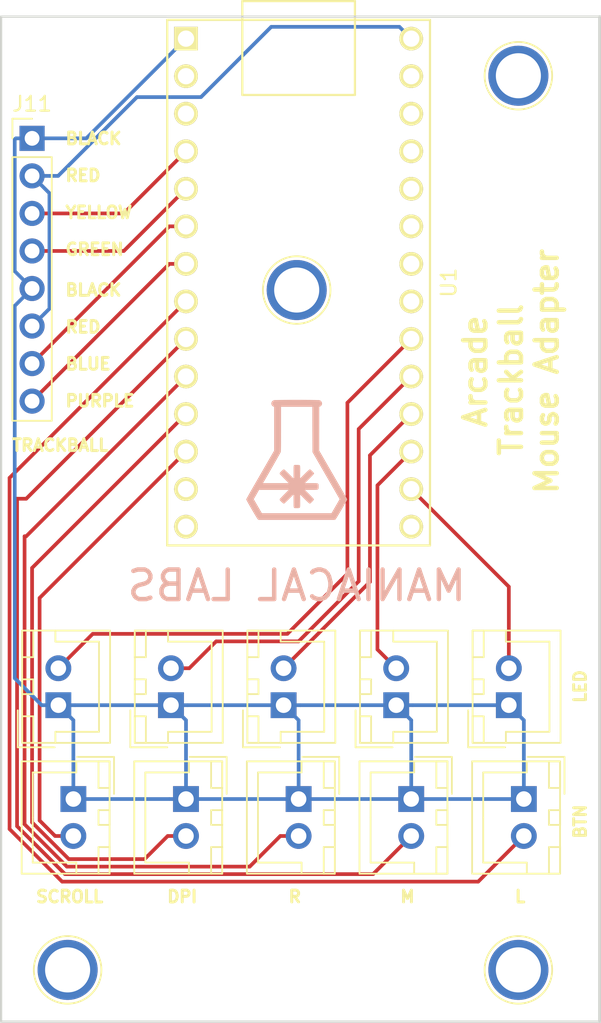
<source format=kicad_pcb>
(kicad_pcb (version 20171130) (host pcbnew "(5.0.0)")

  (general
    (thickness 1.6)
    (drawings 22)
    (tracks 101)
    (zones 0)
    (modules 17)
    (nets 29)
  )

  (page A4)
  (layers
    (0 F.Cu signal)
    (31 B.Cu signal)
    (32 B.Adhes user)
    (33 F.Adhes user hide)
    (34 B.Paste user)
    (35 F.Paste user)
    (36 B.SilkS user)
    (37 F.SilkS user)
    (38 B.Mask user)
    (39 F.Mask user)
    (40 Dwgs.User user)
    (41 Cmts.User user)
    (42 Eco1.User user)
    (43 Eco2.User user)
    (44 Edge.Cuts user)
    (45 Margin user)
    (46 B.CrtYd user)
    (47 F.CrtYd user)
    (48 B.Fab user)
    (49 F.Fab user hide)
  )

  (setup
    (last_trace_width 0.25)
    (trace_clearance 0.2)
    (zone_clearance 0.508)
    (zone_45_only no)
    (trace_min 0.2)
    (segment_width 0.2)
    (edge_width 0.15)
    (via_size 0.8)
    (via_drill 0.4)
    (via_min_size 0.4)
    (via_min_drill 0.3)
    (uvia_size 0.3)
    (uvia_drill 0.1)
    (uvias_allowed no)
    (uvia_min_size 0.2)
    (uvia_min_drill 0.1)
    (pcb_text_width 0.3)
    (pcb_text_size 1.5 1.5)
    (mod_edge_width 0.15)
    (mod_text_size 1 1)
    (mod_text_width 0.15)
    (pad_size 1.524 1.524)
    (pad_drill 0.762)
    (pad_to_mask_clearance 0.2)
    (aux_axis_origin 0 0)
    (visible_elements 7FFFFF7F)
    (pcbplotparams
      (layerselection 0x010fc_ffffffff)
      (usegerberextensions false)
      (usegerberattributes false)
      (usegerberadvancedattributes false)
      (creategerberjobfile false)
      (excludeedgelayer true)
      (linewidth 0.100000)
      (plotframeref false)
      (viasonmask false)
      (mode 1)
      (useauxorigin false)
      (hpglpennumber 1)
      (hpglpenspeed 20)
      (hpglpendiameter 15.000000)
      (psnegative false)
      (psa4output false)
      (plotreference true)
      (plotvalue true)
      (plotinvisibletext false)
      (padsonsilk false)
      (subtractmaskfromsilk false)
      (outputformat 1)
      (mirror false)
      (drillshape 1)
      (scaleselection 1)
      (outputdirectory ""))
  )

  (net 0 "")
  (net 1 BTN_L)
  (net 2 GND)
  (net 3 BTN_M)
  (net 4 BTN_R)
  (net 5 BTN_DPI)
  (net 6 BTN_SCROLL)
  (net 7 LED_L)
  (net 8 LED_M)
  (net 9 LED_R)
  (net 10 LED_DPI)
  (net 11 LED_SCROLL)
  (net 12 "Net-(J11-Pad8)")
  (net 13 "Net-(J11-Pad7)")
  (net 14 /YELLOW)
  (net 15 "Net-(J11-Pad3)")
  (net 16 "Net-(U1-Pad20)")
  (net 17 "Net-(U1-Pad14)")
  (net 18 "Net-(U1-Pad26)")
  (net 19 "Net-(U1-Pad27)")
  (net 20 "Net-(U1-Pad28)")
  (net 21 "Net-(U1-Pad29)")
  (net 22 "Net-(U1-Pad30)")
  (net 23 "Net-(U1-Pad31)")
  (net 24 "Net-(U1-Pad32)")
  (net 25 "Net-(U1-Pad13)")
  (net 26 "Net-(U1-Pad3)")
  (net 27 "Net-(U1-Pad2)")
  (net 28 VIN)

  (net_class Default "This is the default net class."
    (clearance 0.2)
    (trace_width 0.25)
    (via_dia 0.8)
    (via_drill 0.4)
    (uvia_dia 0.3)
    (uvia_drill 0.1)
    (add_net /YELLOW)
    (add_net BTN_DPI)
    (add_net BTN_L)
    (add_net BTN_M)
    (add_net BTN_R)
    (add_net BTN_SCROLL)
    (add_net GND)
    (add_net LED_DPI)
    (add_net LED_L)
    (add_net LED_M)
    (add_net LED_R)
    (add_net LED_SCROLL)
    (add_net "Net-(J11-Pad3)")
    (add_net "Net-(J11-Pad7)")
    (add_net "Net-(J11-Pad8)")
    (add_net "Net-(U1-Pad13)")
    (add_net "Net-(U1-Pad14)")
    (add_net "Net-(U1-Pad2)")
    (add_net "Net-(U1-Pad20)")
    (add_net "Net-(U1-Pad26)")
    (add_net "Net-(U1-Pad27)")
    (add_net "Net-(U1-Pad28)")
    (add_net "Net-(U1-Pad29)")
    (add_net "Net-(U1-Pad3)")
    (add_net "Net-(U1-Pad30)")
    (add_net "Net-(U1-Pad31)")
    (add_net "Net-(U1-Pad32)")
    (add_net VIN)
  )

  (module Connectors:1pin (layer F.Cu) (tedit 5BECCDD7) (tstamp 5BED0073)
    (at 102.5 42.5 90)
    (descr "module 1 pin (ou trou mecanique de percage)")
    (tags DEV)
    (fp_text reference REF** (at 0 -3.048 90) (layer F.SilkS) hide
      (effects (font (size 1 1) (thickness 0.15)))
    )
    (fp_text value 1pin (at 0 3 90) (layer F.Fab)
      (effects (font (size 1 1) (thickness 0.15)))
    )
    (fp_circle (center 0 0) (end 0 -2.286) (layer F.SilkS) (width 0.12))
    (fp_circle (center 0 0) (end 2.6 0) (layer F.CrtYd) (width 0.05))
    (fp_circle (center 0 0) (end 2 0.8) (layer F.Fab) (width 0.1))
    (pad 1 thru_hole circle (at 0 0 90) (size 4.064 4.064) (drill 3.048) (layers *.Cu *.Mask))
  )

  (module Connectors:1pin (layer F.Cu) (tedit 5BECCDD7) (tstamp 5BED0065)
    (at 87.5 57 90)
    (descr "module 1 pin (ou trou mecanique de percage)")
    (tags DEV)
    (fp_text reference REF** (at 0 -3.048 90) (layer F.SilkS) hide
      (effects (font (size 1 1) (thickness 0.15)))
    )
    (fp_text value 1pin (at 0 3 90) (layer F.Fab)
      (effects (font (size 1 1) (thickness 0.15)))
    )
    (fp_circle (center 0 0) (end 2 0.8) (layer F.Fab) (width 0.1))
    (fp_circle (center 0 0) (end 2.6 0) (layer F.CrtYd) (width 0.05))
    (fp_circle (center 0 0) (end 0 -2.286) (layer F.SilkS) (width 0.12))
    (pad 1 thru_hole circle (at 0 0 90) (size 4.064 4.064) (drill 3.048) (layers *.Cu *.Mask))
  )

  (module Connectors:1pin (layer F.Cu) (tedit 5BECCDD7) (tstamp 5BED0057)
    (at 72 103 90)
    (descr "module 1 pin (ou trou mecanique de percage)")
    (tags DEV)
    (fp_text reference REF** (at 0 -3.048 90) (layer F.SilkS) hide
      (effects (font (size 1 1) (thickness 0.15)))
    )
    (fp_text value 1pin (at 0 3 90) (layer F.Fab)
      (effects (font (size 1 1) (thickness 0.15)))
    )
    (fp_circle (center 0 0) (end 0 -2.286) (layer F.SilkS) (width 0.12))
    (fp_circle (center 0 0) (end 2.6 0) (layer F.CrtYd) (width 0.05))
    (fp_circle (center 0 0) (end 2 0.8) (layer F.Fab) (width 0.1))
    (pad 1 thru_hole circle (at 0 0 90) (size 4.064 4.064) (drill 3.048) (layers *.Cu *.Mask))
  )

  (module Connectors_JST:JST_XH_B02B-XH-A_02x2.50mm_Straight (layer F.Cu) (tedit 5BECCB98) (tstamp 5BECC78D)
    (at 102.87 91.44 270)
    (descr "JST XH series connector, B02B-XH-A, top entry type, through hole")
    (tags "connector jst xh tht top vertical 2.50mm")
    (path /5BECC65F)
    (fp_text reference J1 (at 1.25 -3.5 270) (layer F.SilkS) hide
      (effects (font (size 1 1) (thickness 0.15)))
    )
    (fp_text value Conn_01x02 (at 1.25 4.5 270) (layer F.Fab)
      (effects (font (size 1 1) (thickness 0.15)))
    )
    (fp_text user %R (at 1.25 2.5 270) (layer F.Fab)
      (effects (font (size 1 1) (thickness 0.15)))
    )
    (fp_line (start -2.85 -2.75) (end -2.85 -0.25) (layer F.Fab) (width 0.1))
    (fp_line (start -0.35 -2.75) (end -2.85 -2.75) (layer F.Fab) (width 0.1))
    (fp_line (start -2.85 -2.75) (end -2.85 -0.25) (layer F.SilkS) (width 0.12))
    (fp_line (start -0.35 -2.75) (end -2.85 -2.75) (layer F.SilkS) (width 0.12))
    (fp_line (start 4.3 2.75) (end 1.25 2.75) (layer F.SilkS) (width 0.12))
    (fp_line (start 4.3 -0.2) (end 4.3 2.75) (layer F.SilkS) (width 0.12))
    (fp_line (start 5.05 -0.2) (end 4.3 -0.2) (layer F.SilkS) (width 0.12))
    (fp_line (start -1.8 2.75) (end 1.25 2.75) (layer F.SilkS) (width 0.12))
    (fp_line (start -1.8 -0.2) (end -1.8 2.75) (layer F.SilkS) (width 0.12))
    (fp_line (start -2.55 -0.2) (end -1.8 -0.2) (layer F.SilkS) (width 0.12))
    (fp_line (start 5.05 -2.45) (end 3.25 -2.45) (layer F.SilkS) (width 0.12))
    (fp_line (start 5.05 -1.7) (end 5.05 -2.45) (layer F.SilkS) (width 0.12))
    (fp_line (start 3.25 -1.7) (end 5.05 -1.7) (layer F.SilkS) (width 0.12))
    (fp_line (start 3.25 -2.45) (end 3.25 -1.7) (layer F.SilkS) (width 0.12))
    (fp_line (start -0.75 -2.45) (end -2.55 -2.45) (layer F.SilkS) (width 0.12))
    (fp_line (start -0.75 -1.7) (end -0.75 -2.45) (layer F.SilkS) (width 0.12))
    (fp_line (start -2.55 -1.7) (end -0.75 -1.7) (layer F.SilkS) (width 0.12))
    (fp_line (start -2.55 -2.45) (end -2.55 -1.7) (layer F.SilkS) (width 0.12))
    (fp_line (start 1.75 -2.45) (end 0.75 -2.45) (layer F.SilkS) (width 0.12))
    (fp_line (start 1.75 -1.7) (end 1.75 -2.45) (layer F.SilkS) (width 0.12))
    (fp_line (start 0.75 -1.7) (end 1.75 -1.7) (layer F.SilkS) (width 0.12))
    (fp_line (start 0.75 -2.45) (end 0.75 -1.7) (layer F.SilkS) (width 0.12))
    (fp_line (start 5.05 -2.45) (end -2.55 -2.45) (layer F.SilkS) (width 0.12))
    (fp_line (start 5.05 3.5) (end 5.05 -2.45) (layer F.SilkS) (width 0.12))
    (fp_line (start -2.55 3.5) (end 5.05 3.5) (layer F.SilkS) (width 0.12))
    (fp_line (start -2.55 -2.45) (end -2.55 3.5) (layer F.SilkS) (width 0.12))
    (fp_line (start 5.45 -2.85) (end -2.95 -2.85) (layer F.CrtYd) (width 0.05))
    (fp_line (start 5.45 3.9) (end 5.45 -2.85) (layer F.CrtYd) (width 0.05))
    (fp_line (start -2.95 3.9) (end 5.45 3.9) (layer F.CrtYd) (width 0.05))
    (fp_line (start -2.95 -2.85) (end -2.95 3.9) (layer F.CrtYd) (width 0.05))
    (fp_line (start 4.95 -2.35) (end -2.45 -2.35) (layer F.Fab) (width 0.1))
    (fp_line (start 4.95 3.4) (end 4.95 -2.35) (layer F.Fab) (width 0.1))
    (fp_line (start -2.45 3.4) (end 4.95 3.4) (layer F.Fab) (width 0.1))
    (fp_line (start -2.45 -2.35) (end -2.45 3.4) (layer F.Fab) (width 0.1))
    (pad 2 thru_hole circle (at 2.5 0 270) (size 1.75 1.75) (drill 1.05) (layers *.Cu *.Mask)
      (net 1 BTN_L))
    (pad 1 thru_hole rect (at 0 0 270) (size 1.75 1.75) (drill 1.05) (layers *.Cu *.Mask)
      (net 2 GND))
    (model Connectors_JST.3dshapes/JST_XH_B02B-XH-A_02x2.50mm_Straight.wrl
      (at (xyz 0 0 0))
      (scale (xyz 1 1 1))
      (rotate (xyz 0 0 0))
    )
  )

  (module Connectors_JST:JST_XH_B02B-XH-A_02x2.50mm_Straight (layer F.Cu) (tedit 5BECCB9B) (tstamp 5BECC7B6)
    (at 95.25 91.44 270)
    (descr "JST XH series connector, B02B-XH-A, top entry type, through hole")
    (tags "connector jst xh tht top vertical 2.50mm")
    (path /5BECC88D)
    (fp_text reference J2 (at 1.25 -3.5 270) (layer F.SilkS) hide
      (effects (font (size 1 1) (thickness 0.15)))
    )
    (fp_text value Conn_01x02 (at 1.25 4.5 270) (layer F.Fab)
      (effects (font (size 1 1) (thickness 0.15)))
    )
    (fp_line (start -2.45 -2.35) (end -2.45 3.4) (layer F.Fab) (width 0.1))
    (fp_line (start -2.45 3.4) (end 4.95 3.4) (layer F.Fab) (width 0.1))
    (fp_line (start 4.95 3.4) (end 4.95 -2.35) (layer F.Fab) (width 0.1))
    (fp_line (start 4.95 -2.35) (end -2.45 -2.35) (layer F.Fab) (width 0.1))
    (fp_line (start -2.95 -2.85) (end -2.95 3.9) (layer F.CrtYd) (width 0.05))
    (fp_line (start -2.95 3.9) (end 5.45 3.9) (layer F.CrtYd) (width 0.05))
    (fp_line (start 5.45 3.9) (end 5.45 -2.85) (layer F.CrtYd) (width 0.05))
    (fp_line (start 5.45 -2.85) (end -2.95 -2.85) (layer F.CrtYd) (width 0.05))
    (fp_line (start -2.55 -2.45) (end -2.55 3.5) (layer F.SilkS) (width 0.12))
    (fp_line (start -2.55 3.5) (end 5.05 3.5) (layer F.SilkS) (width 0.12))
    (fp_line (start 5.05 3.5) (end 5.05 -2.45) (layer F.SilkS) (width 0.12))
    (fp_line (start 5.05 -2.45) (end -2.55 -2.45) (layer F.SilkS) (width 0.12))
    (fp_line (start 0.75 -2.45) (end 0.75 -1.7) (layer F.SilkS) (width 0.12))
    (fp_line (start 0.75 -1.7) (end 1.75 -1.7) (layer F.SilkS) (width 0.12))
    (fp_line (start 1.75 -1.7) (end 1.75 -2.45) (layer F.SilkS) (width 0.12))
    (fp_line (start 1.75 -2.45) (end 0.75 -2.45) (layer F.SilkS) (width 0.12))
    (fp_line (start -2.55 -2.45) (end -2.55 -1.7) (layer F.SilkS) (width 0.12))
    (fp_line (start -2.55 -1.7) (end -0.75 -1.7) (layer F.SilkS) (width 0.12))
    (fp_line (start -0.75 -1.7) (end -0.75 -2.45) (layer F.SilkS) (width 0.12))
    (fp_line (start -0.75 -2.45) (end -2.55 -2.45) (layer F.SilkS) (width 0.12))
    (fp_line (start 3.25 -2.45) (end 3.25 -1.7) (layer F.SilkS) (width 0.12))
    (fp_line (start 3.25 -1.7) (end 5.05 -1.7) (layer F.SilkS) (width 0.12))
    (fp_line (start 5.05 -1.7) (end 5.05 -2.45) (layer F.SilkS) (width 0.12))
    (fp_line (start 5.05 -2.45) (end 3.25 -2.45) (layer F.SilkS) (width 0.12))
    (fp_line (start -2.55 -0.2) (end -1.8 -0.2) (layer F.SilkS) (width 0.12))
    (fp_line (start -1.8 -0.2) (end -1.8 2.75) (layer F.SilkS) (width 0.12))
    (fp_line (start -1.8 2.75) (end 1.25 2.75) (layer F.SilkS) (width 0.12))
    (fp_line (start 5.05 -0.2) (end 4.3 -0.2) (layer F.SilkS) (width 0.12))
    (fp_line (start 4.3 -0.2) (end 4.3 2.75) (layer F.SilkS) (width 0.12))
    (fp_line (start 4.3 2.75) (end 1.25 2.75) (layer F.SilkS) (width 0.12))
    (fp_line (start -0.35 -2.75) (end -2.85 -2.75) (layer F.SilkS) (width 0.12))
    (fp_line (start -2.85 -2.75) (end -2.85 -0.25) (layer F.SilkS) (width 0.12))
    (fp_line (start -0.35 -2.75) (end -2.85 -2.75) (layer F.Fab) (width 0.1))
    (fp_line (start -2.85 -2.75) (end -2.85 -0.25) (layer F.Fab) (width 0.1))
    (fp_text user %R (at 1.25 2.5 270) (layer F.Fab)
      (effects (font (size 1 1) (thickness 0.15)))
    )
    (pad 1 thru_hole rect (at 0 0 270) (size 1.75 1.75) (drill 1.05) (layers *.Cu *.Mask)
      (net 2 GND))
    (pad 2 thru_hole circle (at 2.5 0 270) (size 1.75 1.75) (drill 1.05) (layers *.Cu *.Mask)
      (net 3 BTN_M))
    (model Connectors_JST.3dshapes/JST_XH_B02B-XH-A_02x2.50mm_Straight.wrl
      (at (xyz 0 0 0))
      (scale (xyz 1 1 1))
      (rotate (xyz 0 0 0))
    )
  )

  (module Connectors_JST:JST_XH_B02B-XH-A_02x2.50mm_Straight (layer F.Cu) (tedit 5BECCB9E) (tstamp 5BECD5EC)
    (at 87.63 91.44 270)
    (descr "JST XH series connector, B02B-XH-A, top entry type, through hole")
    (tags "connector jst xh tht top vertical 2.50mm")
    (path /5BECC8AF)
    (fp_text reference J3 (at 1.25 -3.5 270) (layer F.SilkS) hide
      (effects (font (size 1 1) (thickness 0.15)))
    )
    (fp_text value Conn_01x02 (at 1.25 4.5 270) (layer F.Fab)
      (effects (font (size 1 1) (thickness 0.15)))
    )
    (fp_text user %R (at 1.25 2.5 270) (layer F.Fab)
      (effects (font (size 1 1) (thickness 0.15)))
    )
    (fp_line (start -2.85 -2.75) (end -2.85 -0.25) (layer F.Fab) (width 0.1))
    (fp_line (start -0.35 -2.75) (end -2.85 -2.75) (layer F.Fab) (width 0.1))
    (fp_line (start -2.85 -2.75) (end -2.85 -0.25) (layer F.SilkS) (width 0.12))
    (fp_line (start -0.35 -2.75) (end -2.85 -2.75) (layer F.SilkS) (width 0.12))
    (fp_line (start 4.3 2.75) (end 1.25 2.75) (layer F.SilkS) (width 0.12))
    (fp_line (start 4.3 -0.2) (end 4.3 2.75) (layer F.SilkS) (width 0.12))
    (fp_line (start 5.05 -0.2) (end 4.3 -0.2) (layer F.SilkS) (width 0.12))
    (fp_line (start -1.8 2.75) (end 1.25 2.75) (layer F.SilkS) (width 0.12))
    (fp_line (start -1.8 -0.2) (end -1.8 2.75) (layer F.SilkS) (width 0.12))
    (fp_line (start -2.55 -0.2) (end -1.8 -0.2) (layer F.SilkS) (width 0.12))
    (fp_line (start 5.05 -2.45) (end 3.25 -2.45) (layer F.SilkS) (width 0.12))
    (fp_line (start 5.05 -1.7) (end 5.05 -2.45) (layer F.SilkS) (width 0.12))
    (fp_line (start 3.25 -1.7) (end 5.05 -1.7) (layer F.SilkS) (width 0.12))
    (fp_line (start 3.25 -2.45) (end 3.25 -1.7) (layer F.SilkS) (width 0.12))
    (fp_line (start -0.75 -2.45) (end -2.55 -2.45) (layer F.SilkS) (width 0.12))
    (fp_line (start -0.75 -1.7) (end -0.75 -2.45) (layer F.SilkS) (width 0.12))
    (fp_line (start -2.55 -1.7) (end -0.75 -1.7) (layer F.SilkS) (width 0.12))
    (fp_line (start -2.55 -2.45) (end -2.55 -1.7) (layer F.SilkS) (width 0.12))
    (fp_line (start 1.75 -2.45) (end 0.75 -2.45) (layer F.SilkS) (width 0.12))
    (fp_line (start 1.75 -1.7) (end 1.75 -2.45) (layer F.SilkS) (width 0.12))
    (fp_line (start 0.75 -1.7) (end 1.75 -1.7) (layer F.SilkS) (width 0.12))
    (fp_line (start 0.75 -2.45) (end 0.75 -1.7) (layer F.SilkS) (width 0.12))
    (fp_line (start 5.05 -2.45) (end -2.55 -2.45) (layer F.SilkS) (width 0.12))
    (fp_line (start 5.05 3.5) (end 5.05 -2.45) (layer F.SilkS) (width 0.12))
    (fp_line (start -2.55 3.5) (end 5.05 3.5) (layer F.SilkS) (width 0.12))
    (fp_line (start -2.55 -2.45) (end -2.55 3.5) (layer F.SilkS) (width 0.12))
    (fp_line (start 5.45 -2.85) (end -2.95 -2.85) (layer F.CrtYd) (width 0.05))
    (fp_line (start 5.45 3.9) (end 5.45 -2.85) (layer F.CrtYd) (width 0.05))
    (fp_line (start -2.95 3.9) (end 5.45 3.9) (layer F.CrtYd) (width 0.05))
    (fp_line (start -2.95 -2.85) (end -2.95 3.9) (layer F.CrtYd) (width 0.05))
    (fp_line (start 4.95 -2.35) (end -2.45 -2.35) (layer F.Fab) (width 0.1))
    (fp_line (start 4.95 3.4) (end 4.95 -2.35) (layer F.Fab) (width 0.1))
    (fp_line (start -2.45 3.4) (end 4.95 3.4) (layer F.Fab) (width 0.1))
    (fp_line (start -2.45 -2.35) (end -2.45 3.4) (layer F.Fab) (width 0.1))
    (pad 2 thru_hole circle (at 2.5 0 270) (size 1.75 1.75) (drill 1.05) (layers *.Cu *.Mask)
      (net 4 BTN_R))
    (pad 1 thru_hole rect (at 0 0 270) (size 1.75 1.75) (drill 1.05) (layers *.Cu *.Mask)
      (net 2 GND))
    (model Connectors_JST.3dshapes/JST_XH_B02B-XH-A_02x2.50mm_Straight.wrl
      (at (xyz 0 0 0))
      (scale (xyz 1 1 1))
      (rotate (xyz 0 0 0))
    )
  )

  (module Connectors_JST:JST_XH_B02B-XH-A_02x2.50mm_Straight (layer F.Cu) (tedit 5BECCBA2) (tstamp 5BECC808)
    (at 80.01 91.44 270)
    (descr "JST XH series connector, B02B-XH-A, top entry type, through hole")
    (tags "connector jst xh tht top vertical 2.50mm")
    (path /5BECC8D3)
    (fp_text reference J4 (at 1.25 -3.5 270) (layer F.SilkS) hide
      (effects (font (size 1 1) (thickness 0.15)))
    )
    (fp_text value Conn_01x02 (at 1.25 4.5 270) (layer F.Fab)
      (effects (font (size 1 1) (thickness 0.15)))
    )
    (fp_line (start -2.45 -2.35) (end -2.45 3.4) (layer F.Fab) (width 0.1))
    (fp_line (start -2.45 3.4) (end 4.95 3.4) (layer F.Fab) (width 0.1))
    (fp_line (start 4.95 3.4) (end 4.95 -2.35) (layer F.Fab) (width 0.1))
    (fp_line (start 4.95 -2.35) (end -2.45 -2.35) (layer F.Fab) (width 0.1))
    (fp_line (start -2.95 -2.85) (end -2.95 3.9) (layer F.CrtYd) (width 0.05))
    (fp_line (start -2.95 3.9) (end 5.45 3.9) (layer F.CrtYd) (width 0.05))
    (fp_line (start 5.45 3.9) (end 5.45 -2.85) (layer F.CrtYd) (width 0.05))
    (fp_line (start 5.45 -2.85) (end -2.95 -2.85) (layer F.CrtYd) (width 0.05))
    (fp_line (start -2.55 -2.45) (end -2.55 3.5) (layer F.SilkS) (width 0.12))
    (fp_line (start -2.55 3.5) (end 5.05 3.5) (layer F.SilkS) (width 0.12))
    (fp_line (start 5.05 3.5) (end 5.05 -2.45) (layer F.SilkS) (width 0.12))
    (fp_line (start 5.05 -2.45) (end -2.55 -2.45) (layer F.SilkS) (width 0.12))
    (fp_line (start 0.75 -2.45) (end 0.75 -1.7) (layer F.SilkS) (width 0.12))
    (fp_line (start 0.75 -1.7) (end 1.75 -1.7) (layer F.SilkS) (width 0.12))
    (fp_line (start 1.75 -1.7) (end 1.75 -2.45) (layer F.SilkS) (width 0.12))
    (fp_line (start 1.75 -2.45) (end 0.75 -2.45) (layer F.SilkS) (width 0.12))
    (fp_line (start -2.55 -2.45) (end -2.55 -1.7) (layer F.SilkS) (width 0.12))
    (fp_line (start -2.55 -1.7) (end -0.75 -1.7) (layer F.SilkS) (width 0.12))
    (fp_line (start -0.75 -1.7) (end -0.75 -2.45) (layer F.SilkS) (width 0.12))
    (fp_line (start -0.75 -2.45) (end -2.55 -2.45) (layer F.SilkS) (width 0.12))
    (fp_line (start 3.25 -2.45) (end 3.25 -1.7) (layer F.SilkS) (width 0.12))
    (fp_line (start 3.25 -1.7) (end 5.05 -1.7) (layer F.SilkS) (width 0.12))
    (fp_line (start 5.05 -1.7) (end 5.05 -2.45) (layer F.SilkS) (width 0.12))
    (fp_line (start 5.05 -2.45) (end 3.25 -2.45) (layer F.SilkS) (width 0.12))
    (fp_line (start -2.55 -0.2) (end -1.8 -0.2) (layer F.SilkS) (width 0.12))
    (fp_line (start -1.8 -0.2) (end -1.8 2.75) (layer F.SilkS) (width 0.12))
    (fp_line (start -1.8 2.75) (end 1.25 2.75) (layer F.SilkS) (width 0.12))
    (fp_line (start 5.05 -0.2) (end 4.3 -0.2) (layer F.SilkS) (width 0.12))
    (fp_line (start 4.3 -0.2) (end 4.3 2.75) (layer F.SilkS) (width 0.12))
    (fp_line (start 4.3 2.75) (end 1.25 2.75) (layer F.SilkS) (width 0.12))
    (fp_line (start -0.35 -2.75) (end -2.85 -2.75) (layer F.SilkS) (width 0.12))
    (fp_line (start -2.85 -2.75) (end -2.85 -0.25) (layer F.SilkS) (width 0.12))
    (fp_line (start -0.35 -2.75) (end -2.85 -2.75) (layer F.Fab) (width 0.1))
    (fp_line (start -2.85 -2.75) (end -2.85 -0.25) (layer F.Fab) (width 0.1))
    (fp_text user %R (at 1.25 2.5 270) (layer F.Fab)
      (effects (font (size 1 1) (thickness 0.15)))
    )
    (pad 1 thru_hole rect (at 0 0 270) (size 1.75 1.75) (drill 1.05) (layers *.Cu *.Mask)
      (net 2 GND))
    (pad 2 thru_hole circle (at 2.5 0 270) (size 1.75 1.75) (drill 1.05) (layers *.Cu *.Mask)
      (net 5 BTN_DPI))
    (model Connectors_JST.3dshapes/JST_XH_B02B-XH-A_02x2.50mm_Straight.wrl
      (at (xyz 0 0 0))
      (scale (xyz 1 1 1))
      (rotate (xyz 0 0 0))
    )
  )

  (module Connectors_JST:JST_XH_B02B-XH-A_02x2.50mm_Straight (layer F.Cu) (tedit 5BECCBA7) (tstamp 5BECC831)
    (at 72.39 91.44 270)
    (descr "JST XH series connector, B02B-XH-A, top entry type, through hole")
    (tags "connector jst xh tht top vertical 2.50mm")
    (path /5BECC8F7)
    (fp_text reference J5 (at 1.25 -3.5 270) (layer F.SilkS) hide
      (effects (font (size 1 1) (thickness 0.15)))
    )
    (fp_text value Conn_01x02 (at 1.25 4.5 270) (layer F.Fab)
      (effects (font (size 1 1) (thickness 0.15)))
    )
    (fp_text user %R (at 1.25 2.5 270) (layer F.Fab)
      (effects (font (size 1 1) (thickness 0.15)))
    )
    (fp_line (start -2.85 -2.75) (end -2.85 -0.25) (layer F.Fab) (width 0.1))
    (fp_line (start -0.35 -2.75) (end -2.85 -2.75) (layer F.Fab) (width 0.1))
    (fp_line (start -2.85 -2.75) (end -2.85 -0.25) (layer F.SilkS) (width 0.12))
    (fp_line (start -0.35 -2.75) (end -2.85 -2.75) (layer F.SilkS) (width 0.12))
    (fp_line (start 4.3 2.75) (end 1.25 2.75) (layer F.SilkS) (width 0.12))
    (fp_line (start 4.3 -0.2) (end 4.3 2.75) (layer F.SilkS) (width 0.12))
    (fp_line (start 5.05 -0.2) (end 4.3 -0.2) (layer F.SilkS) (width 0.12))
    (fp_line (start -1.8 2.75) (end 1.25 2.75) (layer F.SilkS) (width 0.12))
    (fp_line (start -1.8 -0.2) (end -1.8 2.75) (layer F.SilkS) (width 0.12))
    (fp_line (start -2.55 -0.2) (end -1.8 -0.2) (layer F.SilkS) (width 0.12))
    (fp_line (start 5.05 -2.45) (end 3.25 -2.45) (layer F.SilkS) (width 0.12))
    (fp_line (start 5.05 -1.7) (end 5.05 -2.45) (layer F.SilkS) (width 0.12))
    (fp_line (start 3.25 -1.7) (end 5.05 -1.7) (layer F.SilkS) (width 0.12))
    (fp_line (start 3.25 -2.45) (end 3.25 -1.7) (layer F.SilkS) (width 0.12))
    (fp_line (start -0.75 -2.45) (end -2.55 -2.45) (layer F.SilkS) (width 0.12))
    (fp_line (start -0.75 -1.7) (end -0.75 -2.45) (layer F.SilkS) (width 0.12))
    (fp_line (start -2.55 -1.7) (end -0.75 -1.7) (layer F.SilkS) (width 0.12))
    (fp_line (start -2.55 -2.45) (end -2.55 -1.7) (layer F.SilkS) (width 0.12))
    (fp_line (start 1.75 -2.45) (end 0.75 -2.45) (layer F.SilkS) (width 0.12))
    (fp_line (start 1.75 -1.7) (end 1.75 -2.45) (layer F.SilkS) (width 0.12))
    (fp_line (start 0.75 -1.7) (end 1.75 -1.7) (layer F.SilkS) (width 0.12))
    (fp_line (start 0.75 -2.45) (end 0.75 -1.7) (layer F.SilkS) (width 0.12))
    (fp_line (start 5.05 -2.45) (end -2.55 -2.45) (layer F.SilkS) (width 0.12))
    (fp_line (start 5.05 3.5) (end 5.05 -2.45) (layer F.SilkS) (width 0.12))
    (fp_line (start -2.55 3.5) (end 5.05 3.5) (layer F.SilkS) (width 0.12))
    (fp_line (start -2.55 -2.45) (end -2.55 3.5) (layer F.SilkS) (width 0.12))
    (fp_line (start 5.45 -2.85) (end -2.95 -2.85) (layer F.CrtYd) (width 0.05))
    (fp_line (start 5.45 3.9) (end 5.45 -2.85) (layer F.CrtYd) (width 0.05))
    (fp_line (start -2.95 3.9) (end 5.45 3.9) (layer F.CrtYd) (width 0.05))
    (fp_line (start -2.95 -2.85) (end -2.95 3.9) (layer F.CrtYd) (width 0.05))
    (fp_line (start 4.95 -2.35) (end -2.45 -2.35) (layer F.Fab) (width 0.1))
    (fp_line (start 4.95 3.4) (end 4.95 -2.35) (layer F.Fab) (width 0.1))
    (fp_line (start -2.45 3.4) (end 4.95 3.4) (layer F.Fab) (width 0.1))
    (fp_line (start -2.45 -2.35) (end -2.45 3.4) (layer F.Fab) (width 0.1))
    (pad 2 thru_hole circle (at 2.5 0 270) (size 1.75 1.75) (drill 1.05) (layers *.Cu *.Mask)
      (net 6 BTN_SCROLL))
    (pad 1 thru_hole rect (at 0 0 270) (size 1.75 1.75) (drill 1.05) (layers *.Cu *.Mask)
      (net 2 GND))
    (model Connectors_JST.3dshapes/JST_XH_B02B-XH-A_02x2.50mm_Straight.wrl
      (at (xyz 0 0 0))
      (scale (xyz 1 1 1))
      (rotate (xyz 0 0 0))
    )
  )

  (module Connectors_JST:JST_XH_B02B-XH-A_02x2.50mm_Straight (layer F.Cu) (tedit 5BECCB83) (tstamp 5BECC85A)
    (at 101.854 85.09 90)
    (descr "JST XH series connector, B02B-XH-A, top entry type, through hole")
    (tags "connector jst xh tht top vertical 2.50mm")
    (path /5BECCE78)
    (fp_text reference J6 (at 1.25 -3.5 90) (layer F.SilkS) hide
      (effects (font (size 1 1) (thickness 0.15)))
    )
    (fp_text value Conn_01x02 (at 1.25 4.5 90) (layer F.Fab)
      (effects (font (size 1 1) (thickness 0.15)))
    )
    (fp_line (start -2.45 -2.35) (end -2.45 3.4) (layer F.Fab) (width 0.1))
    (fp_line (start -2.45 3.4) (end 4.95 3.4) (layer F.Fab) (width 0.1))
    (fp_line (start 4.95 3.4) (end 4.95 -2.35) (layer F.Fab) (width 0.1))
    (fp_line (start 4.95 -2.35) (end -2.45 -2.35) (layer F.Fab) (width 0.1))
    (fp_line (start -2.95 -2.85) (end -2.95 3.9) (layer F.CrtYd) (width 0.05))
    (fp_line (start -2.95 3.9) (end 5.45 3.9) (layer F.CrtYd) (width 0.05))
    (fp_line (start 5.45 3.9) (end 5.45 -2.85) (layer F.CrtYd) (width 0.05))
    (fp_line (start 5.45 -2.85) (end -2.95 -2.85) (layer F.CrtYd) (width 0.05))
    (fp_line (start -2.55 -2.45) (end -2.55 3.5) (layer F.SilkS) (width 0.12))
    (fp_line (start -2.55 3.5) (end 5.05 3.5) (layer F.SilkS) (width 0.12))
    (fp_line (start 5.05 3.5) (end 5.05 -2.45) (layer F.SilkS) (width 0.12))
    (fp_line (start 5.05 -2.45) (end -2.55 -2.45) (layer F.SilkS) (width 0.12))
    (fp_line (start 0.75 -2.45) (end 0.75 -1.7) (layer F.SilkS) (width 0.12))
    (fp_line (start 0.75 -1.7) (end 1.75 -1.7) (layer F.SilkS) (width 0.12))
    (fp_line (start 1.75 -1.7) (end 1.75 -2.45) (layer F.SilkS) (width 0.12))
    (fp_line (start 1.75 -2.45) (end 0.75 -2.45) (layer F.SilkS) (width 0.12))
    (fp_line (start -2.55 -2.45) (end -2.55 -1.7) (layer F.SilkS) (width 0.12))
    (fp_line (start -2.55 -1.7) (end -0.75 -1.7) (layer F.SilkS) (width 0.12))
    (fp_line (start -0.75 -1.7) (end -0.75 -2.45) (layer F.SilkS) (width 0.12))
    (fp_line (start -0.75 -2.45) (end -2.55 -2.45) (layer F.SilkS) (width 0.12))
    (fp_line (start 3.25 -2.45) (end 3.25 -1.7) (layer F.SilkS) (width 0.12))
    (fp_line (start 3.25 -1.7) (end 5.05 -1.7) (layer F.SilkS) (width 0.12))
    (fp_line (start 5.05 -1.7) (end 5.05 -2.45) (layer F.SilkS) (width 0.12))
    (fp_line (start 5.05 -2.45) (end 3.25 -2.45) (layer F.SilkS) (width 0.12))
    (fp_line (start -2.55 -0.2) (end -1.8 -0.2) (layer F.SilkS) (width 0.12))
    (fp_line (start -1.8 -0.2) (end -1.8 2.75) (layer F.SilkS) (width 0.12))
    (fp_line (start -1.8 2.75) (end 1.25 2.75) (layer F.SilkS) (width 0.12))
    (fp_line (start 5.05 -0.2) (end 4.3 -0.2) (layer F.SilkS) (width 0.12))
    (fp_line (start 4.3 -0.2) (end 4.3 2.75) (layer F.SilkS) (width 0.12))
    (fp_line (start 4.3 2.75) (end 1.25 2.75) (layer F.SilkS) (width 0.12))
    (fp_line (start -0.35 -2.75) (end -2.85 -2.75) (layer F.SilkS) (width 0.12))
    (fp_line (start -2.85 -2.75) (end -2.85 -0.25) (layer F.SilkS) (width 0.12))
    (fp_line (start -0.35 -2.75) (end -2.85 -2.75) (layer F.Fab) (width 0.1))
    (fp_line (start -2.85 -2.75) (end -2.85 -0.25) (layer F.Fab) (width 0.1))
    (fp_text user %R (at 1.25 2.5 90) (layer F.Fab)
      (effects (font (size 1 1) (thickness 0.15)))
    )
    (pad 1 thru_hole rect (at 0 0 90) (size 1.75 1.75) (drill 1.05) (layers *.Cu *.Mask)
      (net 2 GND))
    (pad 2 thru_hole circle (at 2.5 0 90) (size 1.75 1.75) (drill 1.05) (layers *.Cu *.Mask)
      (net 7 LED_L))
    (model Connectors_JST.3dshapes/JST_XH_B02B-XH-A_02x2.50mm_Straight.wrl
      (at (xyz 0 0 0))
      (scale (xyz 1 1 1))
      (rotate (xyz 0 0 0))
    )
  )

  (module Connectors_JST:JST_XH_B02B-XH-A_02x2.50mm_Straight (layer F.Cu) (tedit 5BECCB8A) (tstamp 5BECC883)
    (at 94.234 85.09 90)
    (descr "JST XH series connector, B02B-XH-A, top entry type, through hole")
    (tags "connector jst xh tht top vertical 2.50mm")
    (path /5BECCE7E)
    (fp_text reference J7 (at 1.25 -3.5 90) (layer F.SilkS) hide
      (effects (font (size 1 1) (thickness 0.15)))
    )
    (fp_text value Conn_01x02 (at 1.25 4.5 90) (layer F.Fab)
      (effects (font (size 1 1) (thickness 0.15)))
    )
    (fp_text user %R (at 1.25 2.5 90) (layer F.Fab)
      (effects (font (size 1 1) (thickness 0.15)))
    )
    (fp_line (start -2.85 -2.75) (end -2.85 -0.25) (layer F.Fab) (width 0.1))
    (fp_line (start -0.35 -2.75) (end -2.85 -2.75) (layer F.Fab) (width 0.1))
    (fp_line (start -2.85 -2.75) (end -2.85 -0.25) (layer F.SilkS) (width 0.12))
    (fp_line (start -0.35 -2.75) (end -2.85 -2.75) (layer F.SilkS) (width 0.12))
    (fp_line (start 4.3 2.75) (end 1.25 2.75) (layer F.SilkS) (width 0.12))
    (fp_line (start 4.3 -0.2) (end 4.3 2.75) (layer F.SilkS) (width 0.12))
    (fp_line (start 5.05 -0.2) (end 4.3 -0.2) (layer F.SilkS) (width 0.12))
    (fp_line (start -1.8 2.75) (end 1.25 2.75) (layer F.SilkS) (width 0.12))
    (fp_line (start -1.8 -0.2) (end -1.8 2.75) (layer F.SilkS) (width 0.12))
    (fp_line (start -2.55 -0.2) (end -1.8 -0.2) (layer F.SilkS) (width 0.12))
    (fp_line (start 5.05 -2.45) (end 3.25 -2.45) (layer F.SilkS) (width 0.12))
    (fp_line (start 5.05 -1.7) (end 5.05 -2.45) (layer F.SilkS) (width 0.12))
    (fp_line (start 3.25 -1.7) (end 5.05 -1.7) (layer F.SilkS) (width 0.12))
    (fp_line (start 3.25 -2.45) (end 3.25 -1.7) (layer F.SilkS) (width 0.12))
    (fp_line (start -0.75 -2.45) (end -2.55 -2.45) (layer F.SilkS) (width 0.12))
    (fp_line (start -0.75 -1.7) (end -0.75 -2.45) (layer F.SilkS) (width 0.12))
    (fp_line (start -2.55 -1.7) (end -0.75 -1.7) (layer F.SilkS) (width 0.12))
    (fp_line (start -2.55 -2.45) (end -2.55 -1.7) (layer F.SilkS) (width 0.12))
    (fp_line (start 1.75 -2.45) (end 0.75 -2.45) (layer F.SilkS) (width 0.12))
    (fp_line (start 1.75 -1.7) (end 1.75 -2.45) (layer F.SilkS) (width 0.12))
    (fp_line (start 0.75 -1.7) (end 1.75 -1.7) (layer F.SilkS) (width 0.12))
    (fp_line (start 0.75 -2.45) (end 0.75 -1.7) (layer F.SilkS) (width 0.12))
    (fp_line (start 5.05 -2.45) (end -2.55 -2.45) (layer F.SilkS) (width 0.12))
    (fp_line (start 5.05 3.5) (end 5.05 -2.45) (layer F.SilkS) (width 0.12))
    (fp_line (start -2.55 3.5) (end 5.05 3.5) (layer F.SilkS) (width 0.12))
    (fp_line (start -2.55 -2.45) (end -2.55 3.5) (layer F.SilkS) (width 0.12))
    (fp_line (start 5.45 -2.85) (end -2.95 -2.85) (layer F.CrtYd) (width 0.05))
    (fp_line (start 5.45 3.9) (end 5.45 -2.85) (layer F.CrtYd) (width 0.05))
    (fp_line (start -2.95 3.9) (end 5.45 3.9) (layer F.CrtYd) (width 0.05))
    (fp_line (start -2.95 -2.85) (end -2.95 3.9) (layer F.CrtYd) (width 0.05))
    (fp_line (start 4.95 -2.35) (end -2.45 -2.35) (layer F.Fab) (width 0.1))
    (fp_line (start 4.95 3.4) (end 4.95 -2.35) (layer F.Fab) (width 0.1))
    (fp_line (start -2.45 3.4) (end 4.95 3.4) (layer F.Fab) (width 0.1))
    (fp_line (start -2.45 -2.35) (end -2.45 3.4) (layer F.Fab) (width 0.1))
    (pad 2 thru_hole circle (at 2.5 0 90) (size 1.75 1.75) (drill 1.05) (layers *.Cu *.Mask)
      (net 8 LED_M))
    (pad 1 thru_hole rect (at 0 0 90) (size 1.75 1.75) (drill 1.05) (layers *.Cu *.Mask)
      (net 2 GND))
    (model Connectors_JST.3dshapes/JST_XH_B02B-XH-A_02x2.50mm_Straight.wrl
      (at (xyz 0 0 0))
      (scale (xyz 1 1 1))
      (rotate (xyz 0 0 0))
    )
  )

  (module Connectors_JST:JST_XH_B02B-XH-A_02x2.50mm_Straight (layer F.Cu) (tedit 5BECCB8E) (tstamp 5BECC8AC)
    (at 86.614 85.09 90)
    (descr "JST XH series connector, B02B-XH-A, top entry type, through hole")
    (tags "connector jst xh tht top vertical 2.50mm")
    (path /5BECCE84)
    (fp_text reference J8 (at 1.25 -3.5 90) (layer F.SilkS) hide
      (effects (font (size 1 1) (thickness 0.15)))
    )
    (fp_text value Conn_01x02 (at 1.25 4.5 90) (layer F.Fab)
      (effects (font (size 1 1) (thickness 0.15)))
    )
    (fp_line (start -2.45 -2.35) (end -2.45 3.4) (layer F.Fab) (width 0.1))
    (fp_line (start -2.45 3.4) (end 4.95 3.4) (layer F.Fab) (width 0.1))
    (fp_line (start 4.95 3.4) (end 4.95 -2.35) (layer F.Fab) (width 0.1))
    (fp_line (start 4.95 -2.35) (end -2.45 -2.35) (layer F.Fab) (width 0.1))
    (fp_line (start -2.95 -2.85) (end -2.95 3.9) (layer F.CrtYd) (width 0.05))
    (fp_line (start -2.95 3.9) (end 5.45 3.9) (layer F.CrtYd) (width 0.05))
    (fp_line (start 5.45 3.9) (end 5.45 -2.85) (layer F.CrtYd) (width 0.05))
    (fp_line (start 5.45 -2.85) (end -2.95 -2.85) (layer F.CrtYd) (width 0.05))
    (fp_line (start -2.55 -2.45) (end -2.55 3.5) (layer F.SilkS) (width 0.12))
    (fp_line (start -2.55 3.5) (end 5.05 3.5) (layer F.SilkS) (width 0.12))
    (fp_line (start 5.05 3.5) (end 5.05 -2.45) (layer F.SilkS) (width 0.12))
    (fp_line (start 5.05 -2.45) (end -2.55 -2.45) (layer F.SilkS) (width 0.12))
    (fp_line (start 0.75 -2.45) (end 0.75 -1.7) (layer F.SilkS) (width 0.12))
    (fp_line (start 0.75 -1.7) (end 1.75 -1.7) (layer F.SilkS) (width 0.12))
    (fp_line (start 1.75 -1.7) (end 1.75 -2.45) (layer F.SilkS) (width 0.12))
    (fp_line (start 1.75 -2.45) (end 0.75 -2.45) (layer F.SilkS) (width 0.12))
    (fp_line (start -2.55 -2.45) (end -2.55 -1.7) (layer F.SilkS) (width 0.12))
    (fp_line (start -2.55 -1.7) (end -0.75 -1.7) (layer F.SilkS) (width 0.12))
    (fp_line (start -0.75 -1.7) (end -0.75 -2.45) (layer F.SilkS) (width 0.12))
    (fp_line (start -0.75 -2.45) (end -2.55 -2.45) (layer F.SilkS) (width 0.12))
    (fp_line (start 3.25 -2.45) (end 3.25 -1.7) (layer F.SilkS) (width 0.12))
    (fp_line (start 3.25 -1.7) (end 5.05 -1.7) (layer F.SilkS) (width 0.12))
    (fp_line (start 5.05 -1.7) (end 5.05 -2.45) (layer F.SilkS) (width 0.12))
    (fp_line (start 5.05 -2.45) (end 3.25 -2.45) (layer F.SilkS) (width 0.12))
    (fp_line (start -2.55 -0.2) (end -1.8 -0.2) (layer F.SilkS) (width 0.12))
    (fp_line (start -1.8 -0.2) (end -1.8 2.75) (layer F.SilkS) (width 0.12))
    (fp_line (start -1.8 2.75) (end 1.25 2.75) (layer F.SilkS) (width 0.12))
    (fp_line (start 5.05 -0.2) (end 4.3 -0.2) (layer F.SilkS) (width 0.12))
    (fp_line (start 4.3 -0.2) (end 4.3 2.75) (layer F.SilkS) (width 0.12))
    (fp_line (start 4.3 2.75) (end 1.25 2.75) (layer F.SilkS) (width 0.12))
    (fp_line (start -0.35 -2.75) (end -2.85 -2.75) (layer F.SilkS) (width 0.12))
    (fp_line (start -2.85 -2.75) (end -2.85 -0.25) (layer F.SilkS) (width 0.12))
    (fp_line (start -0.35 -2.75) (end -2.85 -2.75) (layer F.Fab) (width 0.1))
    (fp_line (start -2.85 -2.75) (end -2.85 -0.25) (layer F.Fab) (width 0.1))
    (fp_text user %R (at 1.25 2.5 90) (layer F.Fab)
      (effects (font (size 1 1) (thickness 0.15)))
    )
    (pad 1 thru_hole rect (at 0 0 90) (size 1.75 1.75) (drill 1.05) (layers *.Cu *.Mask)
      (net 2 GND))
    (pad 2 thru_hole circle (at 2.5 0 90) (size 1.75 1.75) (drill 1.05) (layers *.Cu *.Mask)
      (net 9 LED_R))
    (model Connectors_JST.3dshapes/JST_XH_B02B-XH-A_02x2.50mm_Straight.wrl
      (at (xyz 0 0 0))
      (scale (xyz 1 1 1))
      (rotate (xyz 0 0 0))
    )
  )

  (module Connectors_JST:JST_XH_B02B-XH-A_02x2.50mm_Straight (layer F.Cu) (tedit 5BECCB92) (tstamp 5BECC8D5)
    (at 78.994 85.09 90)
    (descr "JST XH series connector, B02B-XH-A, top entry type, through hole")
    (tags "connector jst xh tht top vertical 2.50mm")
    (path /5BECCE8A)
    (fp_text reference J9 (at 1.25 -3.5 90) (layer F.SilkS) hide
      (effects (font (size 1 1) (thickness 0.15)))
    )
    (fp_text value Conn_01x02 (at 1.25 4.5 90) (layer F.Fab)
      (effects (font (size 1 1) (thickness 0.15)))
    )
    (fp_text user %R (at 1.25 2.5 90) (layer F.Fab)
      (effects (font (size 1 1) (thickness 0.15)))
    )
    (fp_line (start -2.85 -2.75) (end -2.85 -0.25) (layer F.Fab) (width 0.1))
    (fp_line (start -0.35 -2.75) (end -2.85 -2.75) (layer F.Fab) (width 0.1))
    (fp_line (start -2.85 -2.75) (end -2.85 -0.25) (layer F.SilkS) (width 0.12))
    (fp_line (start -0.35 -2.75) (end -2.85 -2.75) (layer F.SilkS) (width 0.12))
    (fp_line (start 4.3 2.75) (end 1.25 2.75) (layer F.SilkS) (width 0.12))
    (fp_line (start 4.3 -0.2) (end 4.3 2.75) (layer F.SilkS) (width 0.12))
    (fp_line (start 5.05 -0.2) (end 4.3 -0.2) (layer F.SilkS) (width 0.12))
    (fp_line (start -1.8 2.75) (end 1.25 2.75) (layer F.SilkS) (width 0.12))
    (fp_line (start -1.8 -0.2) (end -1.8 2.75) (layer F.SilkS) (width 0.12))
    (fp_line (start -2.55 -0.2) (end -1.8 -0.2) (layer F.SilkS) (width 0.12))
    (fp_line (start 5.05 -2.45) (end 3.25 -2.45) (layer F.SilkS) (width 0.12))
    (fp_line (start 5.05 -1.7) (end 5.05 -2.45) (layer F.SilkS) (width 0.12))
    (fp_line (start 3.25 -1.7) (end 5.05 -1.7) (layer F.SilkS) (width 0.12))
    (fp_line (start 3.25 -2.45) (end 3.25 -1.7) (layer F.SilkS) (width 0.12))
    (fp_line (start -0.75 -2.45) (end -2.55 -2.45) (layer F.SilkS) (width 0.12))
    (fp_line (start -0.75 -1.7) (end -0.75 -2.45) (layer F.SilkS) (width 0.12))
    (fp_line (start -2.55 -1.7) (end -0.75 -1.7) (layer F.SilkS) (width 0.12))
    (fp_line (start -2.55 -2.45) (end -2.55 -1.7) (layer F.SilkS) (width 0.12))
    (fp_line (start 1.75 -2.45) (end 0.75 -2.45) (layer F.SilkS) (width 0.12))
    (fp_line (start 1.75 -1.7) (end 1.75 -2.45) (layer F.SilkS) (width 0.12))
    (fp_line (start 0.75 -1.7) (end 1.75 -1.7) (layer F.SilkS) (width 0.12))
    (fp_line (start 0.75 -2.45) (end 0.75 -1.7) (layer F.SilkS) (width 0.12))
    (fp_line (start 5.05 -2.45) (end -2.55 -2.45) (layer F.SilkS) (width 0.12))
    (fp_line (start 5.05 3.5) (end 5.05 -2.45) (layer F.SilkS) (width 0.12))
    (fp_line (start -2.55 3.5) (end 5.05 3.5) (layer F.SilkS) (width 0.12))
    (fp_line (start -2.55 -2.45) (end -2.55 3.5) (layer F.SilkS) (width 0.12))
    (fp_line (start 5.45 -2.85) (end -2.95 -2.85) (layer F.CrtYd) (width 0.05))
    (fp_line (start 5.45 3.9) (end 5.45 -2.85) (layer F.CrtYd) (width 0.05))
    (fp_line (start -2.95 3.9) (end 5.45 3.9) (layer F.CrtYd) (width 0.05))
    (fp_line (start -2.95 -2.85) (end -2.95 3.9) (layer F.CrtYd) (width 0.05))
    (fp_line (start 4.95 -2.35) (end -2.45 -2.35) (layer F.Fab) (width 0.1))
    (fp_line (start 4.95 3.4) (end 4.95 -2.35) (layer F.Fab) (width 0.1))
    (fp_line (start -2.45 3.4) (end 4.95 3.4) (layer F.Fab) (width 0.1))
    (fp_line (start -2.45 -2.35) (end -2.45 3.4) (layer F.Fab) (width 0.1))
    (pad 2 thru_hole circle (at 2.5 0 90) (size 1.75 1.75) (drill 1.05) (layers *.Cu *.Mask)
      (net 10 LED_DPI))
    (pad 1 thru_hole rect (at 0 0 90) (size 1.75 1.75) (drill 1.05) (layers *.Cu *.Mask)
      (net 2 GND))
    (model Connectors_JST.3dshapes/JST_XH_B02B-XH-A_02x2.50mm_Straight.wrl
      (at (xyz 0 0 0))
      (scale (xyz 1 1 1))
      (rotate (xyz 0 0 0))
    )
  )

  (module Connectors_JST:JST_XH_B02B-XH-A_02x2.50mm_Straight (layer F.Cu) (tedit 5BECCB95) (tstamp 5BECC8FE)
    (at 71.374 85.09 90)
    (descr "JST XH series connector, B02B-XH-A, top entry type, through hole")
    (tags "connector jst xh tht top vertical 2.50mm")
    (path /5BECCE90)
    (fp_text reference J10 (at 1.25 -3.5 90) (layer F.SilkS) hide
      (effects (font (size 1 1) (thickness 0.15)))
    )
    (fp_text value Conn_01x02 (at 1.25 4.5 90) (layer F.Fab)
      (effects (font (size 1 1) (thickness 0.15)))
    )
    (fp_line (start -2.45 -2.35) (end -2.45 3.4) (layer F.Fab) (width 0.1))
    (fp_line (start -2.45 3.4) (end 4.95 3.4) (layer F.Fab) (width 0.1))
    (fp_line (start 4.95 3.4) (end 4.95 -2.35) (layer F.Fab) (width 0.1))
    (fp_line (start 4.95 -2.35) (end -2.45 -2.35) (layer F.Fab) (width 0.1))
    (fp_line (start -2.95 -2.85) (end -2.95 3.9) (layer F.CrtYd) (width 0.05))
    (fp_line (start -2.95 3.9) (end 5.45 3.9) (layer F.CrtYd) (width 0.05))
    (fp_line (start 5.45 3.9) (end 5.45 -2.85) (layer F.CrtYd) (width 0.05))
    (fp_line (start 5.45 -2.85) (end -2.95 -2.85) (layer F.CrtYd) (width 0.05))
    (fp_line (start -2.55 -2.45) (end -2.55 3.5) (layer F.SilkS) (width 0.12))
    (fp_line (start -2.55 3.5) (end 5.05 3.5) (layer F.SilkS) (width 0.12))
    (fp_line (start 5.05 3.5) (end 5.05 -2.45) (layer F.SilkS) (width 0.12))
    (fp_line (start 5.05 -2.45) (end -2.55 -2.45) (layer F.SilkS) (width 0.12))
    (fp_line (start 0.75 -2.45) (end 0.75 -1.7) (layer F.SilkS) (width 0.12))
    (fp_line (start 0.75 -1.7) (end 1.75 -1.7) (layer F.SilkS) (width 0.12))
    (fp_line (start 1.75 -1.7) (end 1.75 -2.45) (layer F.SilkS) (width 0.12))
    (fp_line (start 1.75 -2.45) (end 0.75 -2.45) (layer F.SilkS) (width 0.12))
    (fp_line (start -2.55 -2.45) (end -2.55 -1.7) (layer F.SilkS) (width 0.12))
    (fp_line (start -2.55 -1.7) (end -0.75 -1.7) (layer F.SilkS) (width 0.12))
    (fp_line (start -0.75 -1.7) (end -0.75 -2.45) (layer F.SilkS) (width 0.12))
    (fp_line (start -0.75 -2.45) (end -2.55 -2.45) (layer F.SilkS) (width 0.12))
    (fp_line (start 3.25 -2.45) (end 3.25 -1.7) (layer F.SilkS) (width 0.12))
    (fp_line (start 3.25 -1.7) (end 5.05 -1.7) (layer F.SilkS) (width 0.12))
    (fp_line (start 5.05 -1.7) (end 5.05 -2.45) (layer F.SilkS) (width 0.12))
    (fp_line (start 5.05 -2.45) (end 3.25 -2.45) (layer F.SilkS) (width 0.12))
    (fp_line (start -2.55 -0.2) (end -1.8 -0.2) (layer F.SilkS) (width 0.12))
    (fp_line (start -1.8 -0.2) (end -1.8 2.75) (layer F.SilkS) (width 0.12))
    (fp_line (start -1.8 2.75) (end 1.25 2.75) (layer F.SilkS) (width 0.12))
    (fp_line (start 5.05 -0.2) (end 4.3 -0.2) (layer F.SilkS) (width 0.12))
    (fp_line (start 4.3 -0.2) (end 4.3 2.75) (layer F.SilkS) (width 0.12))
    (fp_line (start 4.3 2.75) (end 1.25 2.75) (layer F.SilkS) (width 0.12))
    (fp_line (start -0.35 -2.75) (end -2.85 -2.75) (layer F.SilkS) (width 0.12))
    (fp_line (start -2.85 -2.75) (end -2.85 -0.25) (layer F.SilkS) (width 0.12))
    (fp_line (start -0.35 -2.75) (end -2.85 -2.75) (layer F.Fab) (width 0.1))
    (fp_line (start -2.85 -2.75) (end -2.85 -0.25) (layer F.Fab) (width 0.1))
    (fp_text user %R (at 1.25 2.5 90) (layer F.Fab)
      (effects (font (size 1 1) (thickness 0.15)))
    )
    (pad 1 thru_hole rect (at 0 0 90) (size 1.75 1.75) (drill 1.05) (layers *.Cu *.Mask)
      (net 2 GND))
    (pad 2 thru_hole circle (at 2.5 0 90) (size 1.75 1.75) (drill 1.05) (layers *.Cu *.Mask)
      (net 11 LED_SCROLL))
    (model Connectors_JST.3dshapes/JST_XH_B02B-XH-A_02x2.50mm_Straight.wrl
      (at (xyz 0 0 0))
      (scale (xyz 1 1 1))
      (rotate (xyz 0 0 0))
    )
  )

  (module Socket_Strips:Socket_Strip_Straight_1x08_Pitch2.54mm (layer F.Cu) (tedit 58CD5446) (tstamp 5BECC919)
    (at 69.596 46.736)
    (descr "Through hole straight socket strip, 1x08, 2.54mm pitch, single row")
    (tags "Through hole socket strip THT 1x08 2.54mm single row")
    (path /5BECC0B6)
    (fp_text reference J11 (at 0 -2.33) (layer F.SilkS)
      (effects (font (size 1 1) (thickness 0.15)))
    )
    (fp_text value Trackball (at 0 20.11) (layer F.Fab)
      (effects (font (size 1 1) (thickness 0.15)))
    )
    (fp_text user %R (at 0 -2.33) (layer F.Fab)
      (effects (font (size 1 1) (thickness 0.15)))
    )
    (fp_line (start 1.8 -1.8) (end -1.8 -1.8) (layer F.CrtYd) (width 0.05))
    (fp_line (start 1.8 19.55) (end 1.8 -1.8) (layer F.CrtYd) (width 0.05))
    (fp_line (start -1.8 19.55) (end 1.8 19.55) (layer F.CrtYd) (width 0.05))
    (fp_line (start -1.8 -1.8) (end -1.8 19.55) (layer F.CrtYd) (width 0.05))
    (fp_line (start -1.33 -1.33) (end 0 -1.33) (layer F.SilkS) (width 0.12))
    (fp_line (start -1.33 0) (end -1.33 -1.33) (layer F.SilkS) (width 0.12))
    (fp_line (start 1.33 1.27) (end -1.33 1.27) (layer F.SilkS) (width 0.12))
    (fp_line (start 1.33 19.11) (end 1.33 1.27) (layer F.SilkS) (width 0.12))
    (fp_line (start -1.33 19.11) (end 1.33 19.11) (layer F.SilkS) (width 0.12))
    (fp_line (start -1.33 1.27) (end -1.33 19.11) (layer F.SilkS) (width 0.12))
    (fp_line (start 1.27 -1.27) (end -1.27 -1.27) (layer F.Fab) (width 0.1))
    (fp_line (start 1.27 19.05) (end 1.27 -1.27) (layer F.Fab) (width 0.1))
    (fp_line (start -1.27 19.05) (end 1.27 19.05) (layer F.Fab) (width 0.1))
    (fp_line (start -1.27 -1.27) (end -1.27 19.05) (layer F.Fab) (width 0.1))
    (pad 8 thru_hole oval (at 0 17.78) (size 1.7 1.7) (drill 1) (layers *.Cu *.Mask)
      (net 12 "Net-(J11-Pad8)"))
    (pad 7 thru_hole oval (at 0 15.24) (size 1.7 1.7) (drill 1) (layers *.Cu *.Mask)
      (net 13 "Net-(J11-Pad7)"))
    (pad 6 thru_hole oval (at 0 12.7) (size 1.7 1.7) (drill 1) (layers *.Cu *.Mask)
      (net 28 VIN))
    (pad 5 thru_hole oval (at 0 10.16) (size 1.7 1.7) (drill 1) (layers *.Cu *.Mask)
      (net 2 GND))
    (pad 4 thru_hole oval (at 0 7.62) (size 1.7 1.7) (drill 1) (layers *.Cu *.Mask)
      (net 14 /YELLOW))
    (pad 3 thru_hole oval (at 0 5.08) (size 1.7 1.7) (drill 1) (layers *.Cu *.Mask)
      (net 15 "Net-(J11-Pad3)"))
    (pad 2 thru_hole oval (at 0 2.54) (size 1.7 1.7) (drill 1) (layers *.Cu *.Mask)
      (net 28 VIN))
    (pad 1 thru_hole rect (at 0 0) (size 1.7 1.7) (drill 1) (layers *.Cu *.Mask)
      (net 2 GND))
    (model ${KISYS3DMOD}/Socket_Strips.3dshapes/Socket_Strip_Straight_1x08_Pitch2.54mm.wrl
      (offset (xyz 0 -8.889999866485596 0))
      (scale (xyz 1 1 1))
      (rotate (xyz 0 0 270))
    )
  )

  (module TeensyMod:Teensy30_31_32_LC_NoCenterPads (layer F.Cu) (tedit 5BA19769) (tstamp 5BECC943)
    (at 87.63 56.5 270)
    (path /5BD900B9)
    (fp_text reference U1 (at 0 -10.16 270) (layer F.SilkS)
      (effects (font (size 1 1) (thickness 0.15)))
    )
    (fp_text value Teensy3.2 (at 0 10.16 270) (layer F.Fab)
      (effects (font (size 1 1) (thickness 0.15)))
    )
    (fp_line (start -17.78 3.81) (end -19.05 3.81) (layer F.SilkS) (width 0.15))
    (fp_line (start -19.05 3.81) (end -19.05 -3.81) (layer F.SilkS) (width 0.15))
    (fp_line (start -19.05 -3.81) (end -17.78 -3.81) (layer F.SilkS) (width 0.15))
    (fp_line (start -12.7 3.81) (end -12.7 -3.81) (layer F.SilkS) (width 0.15))
    (fp_line (start -12.7 -3.81) (end -17.78 -3.81) (layer F.SilkS) (width 0.15))
    (fp_line (start -12.7 3.81) (end -17.78 3.81) (layer F.SilkS) (width 0.15))
    (fp_line (start -17.78 -8.89) (end 17.78 -8.89) (layer F.SilkS) (width 0.15))
    (fp_line (start 17.78 -8.89) (end 17.78 8.89) (layer F.SilkS) (width 0.15))
    (fp_line (start 17.78 8.89) (end -17.78 8.89) (layer F.SilkS) (width 0.15))
    (fp_line (start -17.78 8.89) (end -17.78 -8.89) (layer F.SilkS) (width 0.15))
    (pad 20 thru_hole circle (at 16.51 -7.62 270) (size 1.6 1.6) (drill 1.1) (layers *.Cu *.Mask F.SilkS)
      (net 16 "Net-(U1-Pad20)"))
    (pad 14 thru_hole circle (at 16.51 7.62 270) (size 1.6 1.6) (drill 1.1) (layers *.Cu *.Mask F.SilkS)
      (net 17 "Net-(U1-Pad14)"))
    (pad 21 thru_hole circle (at 13.97 -7.62 270) (size 1.6 1.6) (drill 1.1) (layers *.Cu *.Mask F.SilkS)
      (net 7 LED_L))
    (pad 22 thru_hole circle (at 11.43 -7.62 270) (size 1.6 1.6) (drill 1.1) (layers *.Cu *.Mask F.SilkS)
      (net 8 LED_M))
    (pad 23 thru_hole circle (at 8.89 -7.62 270) (size 1.6 1.6) (drill 1.1) (layers *.Cu *.Mask F.SilkS)
      (net 9 LED_R))
    (pad 24 thru_hole circle (at 6.35 -7.62 270) (size 1.6 1.6) (drill 1.1) (layers *.Cu *.Mask F.SilkS)
      (net 10 LED_DPI))
    (pad 25 thru_hole circle (at 3.81 -7.62 270) (size 1.6 1.6) (drill 1.1) (layers *.Cu *.Mask F.SilkS)
      (net 11 LED_SCROLL))
    (pad 26 thru_hole circle (at 1.27 -7.62 270) (size 1.6 1.6) (drill 1.1) (layers *.Cu *.Mask F.SilkS)
      (net 18 "Net-(U1-Pad26)"))
    (pad 27 thru_hole circle (at -1.27 -7.62 270) (size 1.6 1.6) (drill 1.1) (layers *.Cu *.Mask F.SilkS)
      (net 19 "Net-(U1-Pad27)"))
    (pad 28 thru_hole circle (at -3.81 -7.62 270) (size 1.6 1.6) (drill 1.1) (layers *.Cu *.Mask F.SilkS)
      (net 20 "Net-(U1-Pad28)"))
    (pad 29 thru_hole circle (at -6.35 -7.62 270) (size 1.6 1.6) (drill 1.1) (layers *.Cu *.Mask F.SilkS)
      (net 21 "Net-(U1-Pad29)"))
    (pad 30 thru_hole circle (at -8.89 -7.62 270) (size 1.6 1.6) (drill 1.1) (layers *.Cu *.Mask F.SilkS)
      (net 22 "Net-(U1-Pad30)"))
    (pad 31 thru_hole circle (at -11.43 -7.62 270) (size 1.6 1.6) (drill 1.1) (layers *.Cu *.Mask F.SilkS)
      (net 23 "Net-(U1-Pad31)"))
    (pad 32 thru_hole circle (at -13.97 -7.62 270) (size 1.6 1.6) (drill 1.1) (layers *.Cu *.Mask F.SilkS)
      (net 24 "Net-(U1-Pad32)"))
    (pad 33 thru_hole circle (at -16.51 -7.62 270) (size 1.6 1.6) (drill 1.1) (layers *.Cu *.Mask F.SilkS)
      (net 28 VIN))
    (pad 13 thru_hole circle (at 13.97 7.62 270) (size 1.6 1.6) (drill 1.1) (layers *.Cu *.Mask F.SilkS)
      (net 25 "Net-(U1-Pad13)"))
    (pad 12 thru_hole circle (at 11.43 7.62 270) (size 1.6 1.6) (drill 1.1) (layers *.Cu *.Mask F.SilkS)
      (net 6 BTN_SCROLL))
    (pad 11 thru_hole circle (at 8.89 7.62 270) (size 1.6 1.6) (drill 1.1) (layers *.Cu *.Mask F.SilkS)
      (net 5 BTN_DPI))
    (pad 10 thru_hole circle (at 6.35 7.62 270) (size 1.6 1.6) (drill 1.1) (layers *.Cu *.Mask F.SilkS)
      (net 4 BTN_R))
    (pad 9 thru_hole circle (at 3.81 7.62 270) (size 1.6 1.6) (drill 1.1) (layers *.Cu *.Mask F.SilkS)
      (net 3 BTN_M))
    (pad 8 thru_hole circle (at 1.27 7.62 270) (size 1.6 1.6) (drill 1.1) (layers *.Cu *.Mask F.SilkS)
      (net 1 BTN_L))
    (pad 7 thru_hole circle (at -1.27 7.62 270) (size 1.6 1.6) (drill 1.1) (layers *.Cu *.Mask F.SilkS)
      (net 12 "Net-(J11-Pad8)"))
    (pad 6 thru_hole circle (at -3.81 7.62 270) (size 1.6 1.6) (drill 1.1) (layers *.Cu *.Mask F.SilkS)
      (net 13 "Net-(J11-Pad7)"))
    (pad 5 thru_hole circle (at -6.35 7.62 270) (size 1.6 1.6) (drill 1.1) (layers *.Cu *.Mask F.SilkS)
      (net 14 /YELLOW))
    (pad 4 thru_hole circle (at -8.89 7.62 270) (size 1.6 1.6) (drill 1.1) (layers *.Cu *.Mask F.SilkS)
      (net 15 "Net-(J11-Pad3)"))
    (pad 3 thru_hole circle (at -11.43 7.62 270) (size 1.6 1.6) (drill 1.1) (layers *.Cu *.Mask F.SilkS)
      (net 26 "Net-(U1-Pad3)"))
    (pad 2 thru_hole circle (at -13.97 7.62 270) (size 1.6 1.6) (drill 1.1) (layers *.Cu *.Mask F.SilkS)
      (net 27 "Net-(U1-Pad2)"))
    (pad 1 thru_hole rect (at -16.51 7.62 270) (size 1.6 1.6) (drill 1.1) (layers *.Cu *.Mask F.SilkS)
      (net 2 GND))
  )

  (module Connectors:1pin (layer F.Cu) (tedit 5BECCDD7) (tstamp 5BED0045)
    (at 102.5 103 90)
    (descr "module 1 pin (ou trou mecanique de percage)")
    (tags DEV)
    (fp_text reference REF** (at 0 -3.048 90) (layer F.SilkS) hide
      (effects (font (size 1 1) (thickness 0.15)))
    )
    (fp_text value 1pin (at 0 3 90) (layer F.Fab)
      (effects (font (size 1 1) (thickness 0.15)))
    )
    (fp_circle (center 0 0) (end 2 0.8) (layer F.Fab) (width 0.1))
    (fp_circle (center 0 0) (end 2.6 0) (layer F.CrtYd) (width 0.05))
    (fp_circle (center 0 0) (end 0 -2.286) (layer F.SilkS) (width 0.12))
    (pad 1 thru_hole circle (at 0 0 90) (size 4.064 4.064) (drill 3.048) (layers *.Cu *.Mask))
  )

  (module Logos:logo_MLlabs_small (layer B.Cu) (tedit 0) (tstamp 5BED0102)
    (at 87.5 68.5 180)
    (fp_text reference G*** (at 0 0 180) (layer B.SilkS) hide
      (effects (font (size 1.524 1.524) (thickness 0.3)) (justify mirror))
    )
    (fp_text value LOGO (at 0.75 0 180) (layer B.SilkS) hide
      (effects (font (size 1.524 1.524) (thickness 0.3)) (justify mirror))
    )
    (fp_poly (pts (xy 0.280132 4.064859) (xy 0.46933 4.064296) (xy 0.651803 4.063447) (xy 0.824802 4.062307)
      (xy 0.98558 4.060879) (xy 1.131388 4.059163) (xy 1.259478 4.057157) (xy 1.367101 4.054863)
      (xy 1.451511 4.052281) (xy 1.509958 4.049409) (xy 1.539694 4.046249) (xy 1.541045 4.045899)
      (xy 1.61465 4.010199) (xy 1.668272 3.957046) (xy 1.701256 3.892418) (xy 1.712948 3.822294)
      (xy 1.702692 3.752654) (xy 1.669833 3.689475) (xy 1.613717 3.638736) (xy 1.587218 3.624447)
      (xy 1.524819 3.595688) (xy 1.524409 2.113859) (xy 1.524 0.632031) (xy 1.951194 -0.108641)
      (xy 2.041737 -0.265615) (xy 2.144897 -0.444444) (xy 2.257416 -0.639483) (xy 2.376038 -0.84509)
      (xy 2.497507 -1.05562) (xy 2.618568 -1.265429) (xy 2.735963 -1.468874) (xy 2.846437 -1.660312)
      (xy 2.895756 -1.74577) (xy 2.984967 -1.900722) (xy 3.069309 -2.047946) (xy 3.147458 -2.185082)
      (xy 3.218089 -2.309771) (xy 3.279877 -2.419652) (xy 3.331497 -2.512365) (xy 3.371624 -2.585552)
      (xy 3.398934 -2.636852) (xy 3.412102 -2.663905) (xy 3.413125 -2.667254) (xy 3.405259 -2.687854)
      (xy 3.382954 -2.73233) (xy 3.348145 -2.797359) (xy 3.302767 -2.879615) (xy 3.248756 -2.975774)
      (xy 3.188047 -3.082511) (xy 3.122577 -3.196503) (xy 3.054279 -3.314423) (xy 2.985091 -3.432948)
      (xy 2.916948 -3.548754) (xy 2.851784 -3.658515) (xy 2.791537 -3.758906) (xy 2.738141 -3.846605)
      (xy 2.693532 -3.918285) (xy 2.659645 -3.970622) (xy 2.638416 -4.000292) (xy 2.634599 -4.004468)
      (xy 2.587124 -4.048125) (xy -2.587125 -4.048125) (xy -2.6346 -4.004468) (xy -2.651394 -3.982746)
      (xy -2.681461 -3.937288) (xy -2.722866 -3.87142) (xy -2.773675 -3.788466) (xy -2.83195 -3.691753)
      (xy -2.895758 -3.584605) (xy -2.963162 -3.470346) (xy -3.032228 -3.352303) (xy -3.101019 -3.2338)
      (xy -3.1676 -3.118163) (xy -3.230037 -3.008717) (xy -3.286392 -2.908786) (xy -3.334733 -2.821695)
      (xy -3.373121 -2.750771) (xy -3.399623 -2.699338) (xy -3.412303 -2.67072) (xy -3.413126 -2.666933)
      (xy -3.406861 -2.651738) (xy -2.908183 -2.651738) (xy -2.633492 -3.127681) (xy -2.358802 -3.603625)
      (xy 2.358654 -3.603625) (xy 2.633694 -3.126873) (xy 2.908735 -2.650121) (xy 2.800627 -2.464091)
      (xy 2.752108 -2.380084) (xy 2.701391 -2.291405) (xy 2.654699 -2.208982) (xy 2.620228 -2.147315)
      (xy 2.547937 -2.016567) (xy 0.532125 -2.016125) (xy 0.827748 -2.313781) (xy 0.907725 -2.394852)
      (xy 0.980741 -2.469905) (xy 1.043638 -2.535609) (xy 1.093257 -2.588634) (xy 1.12644 -2.62565)
      (xy 1.139732 -2.642697) (xy 1.147043 -2.68023) (xy 1.134704 -2.715316) (xy 1.109692 -2.75107)
      (xy 1.069306 -2.795828) (xy 1.020048 -2.84377) (xy 0.96842 -2.889074) (xy 0.920926 -2.925919)
      (xy 0.884067 -2.948484) (xy 0.86948 -2.95275) (xy 0.847132 -2.9422) (xy 0.805787 -2.910232)
      (xy 0.744908 -2.856363) (xy 0.66396 -2.780114) (xy 0.562408 -2.681002) (xy 0.52081 -2.639741)
      (xy 0.206375 -2.326732) (xy 0.206375 -2.761522) (xy 0.206186 -2.892308) (xy 0.20548 -2.995011)
      (xy 0.204051 -3.073296) (xy 0.201691 -3.13083) (xy 0.198191 -3.171276) (xy 0.193345 -3.198301)
      (xy 0.186944 -3.21557) (xy 0.180102 -3.225343) (xy 0.163266 -3.238829) (xy 0.137807 -3.247459)
      (xy 0.097181 -3.252237) (xy 0.034844 -3.254165) (xy -0.009246 -3.254375) (xy -0.082993 -3.253988)
      (xy -0.131948 -3.25182) (xy -0.163068 -3.24636) (xy -0.18331 -3.236094) (xy -0.19963 -3.219512)
      (xy -0.205947 -3.211627) (xy -0.216079 -3.19762) (xy -0.223883 -3.181895) (xy -0.229608 -3.160501)
      (xy -0.233503 -3.129484) (xy -0.235815 -3.084892) (xy -0.236793 -3.022771) (xy -0.236686 -2.93917)
      (xy -0.235741 -2.830136) (xy -0.23488 -2.751238) (xy -0.233664 -2.63983) (xy -0.232637 -2.539621)
      (xy -0.231836 -2.454754) (xy -0.2313 -2.389372) (xy -0.231063 -2.347619) (xy -0.231154 -2.333611)
      (xy -0.242126 -2.344389) (xy -0.272577 -2.374776) (xy -0.319606 -2.421863) (xy -0.380307 -2.482739)
      (xy -0.451779 -2.554496) (xy -0.531118 -2.634225) (xy -0.532779 -2.635894) (xy -0.614205 -2.716741)
      (xy -0.690054 -2.790133) (xy -0.75699 -2.852994) (xy -0.811678 -2.902247) (xy -0.850782 -2.934816)
      (xy -0.870663 -2.947556) (xy -0.891093 -2.948152) (xy -0.915531 -2.937567) (xy -0.948775 -2.912398)
      (xy -0.995625 -2.869244) (xy -1.033382 -2.83219) (xy -1.095633 -2.767657) (xy -1.135484 -2.719575)
      (xy -1.155419 -2.684681) (xy -1.158875 -2.667521) (xy -1.153549 -2.649558) (xy -1.136229 -2.622344)
      (xy -1.10491 -2.583608) (xy -1.057584 -2.531079) (xy -0.992243 -2.462484) (xy -0.90688 -2.375551)
      (xy -0.853434 -2.321867) (xy -0.547993 -2.016125) (xy -0.975443 -2.016125) (xy -1.114762 -2.016235)
      (xy -1.225588 -2.015593) (xy -1.311172 -2.012739) (xy -1.374762 -2.006213) (xy -1.419608 -1.994556)
      (xy -1.44896 -1.976308) (xy -1.466068 -1.950009) (xy -1.47418 -1.9142) (xy -1.476546 -1.86742)
      (xy -1.476417 -1.808211) (xy -1.476375 -1.791107) (xy -1.476751 -1.729737) (xy -1.475702 -1.68098)
      (xy -1.469967 -1.64339) (xy -1.456283 -1.615522) (xy -1.431389 -1.595933) (xy -1.392023 -1.583178)
      (xy -1.334922 -1.575811) (xy -1.256824 -1.572388) (xy -1.154468 -1.571465) (xy -1.024591 -1.571596)
      (xy -0.980804 -1.571625) (xy -0.548733 -1.571625) (xy -0.861742 -1.257189) (xy -0.951102 -1.166371)
      (xy -1.028596 -1.085517) (xy -1.091949 -1.017128) (xy -1.138886 -0.963706) (xy -1.167132 -0.927753)
      (xy -1.17475 -0.91299) (xy -1.163254 -0.886392) (xy -1.132729 -0.845976) (xy -1.089124 -0.797523)
      (xy -1.038387 -0.746817) (xy -0.986466 -0.699641) (xy -0.93931 -0.661778) (xy -0.902866 -0.63901)
      (xy -0.888823 -0.635) (xy -0.869893 -0.641738) (xy -0.838933 -0.663065) (xy -0.794064 -0.700648)
      (xy -0.73341 -0.756153) (xy -0.655092 -0.831247) (xy -0.557233 -0.927597) (xy -0.540655 -0.944083)
      (xy -0.230188 -1.253166) (xy -0.234866 -0.828775) (xy -0.236547 -0.690249) (xy -0.237206 -0.580203)
      (xy -0.235349 -0.495374) (xy -0.229485 -0.432496) (xy -0.218121 -0.388302) (xy -0.199764 -0.359528)
      (xy -0.172922 -0.342909) (xy -0.136103 -0.335179) (xy -0.087814 -0.333073) (xy -0.026564 -0.333325)
      (xy -0.008454 -0.333375) (xy 0.071777 -0.334496) (xy 0.126137 -0.338371) (xy 0.160445 -0.345763)
      (xy 0.180519 -0.357438) (xy 0.181428 -0.358321) (xy 0.188921 -0.369469) (xy 0.19478 -0.38854)
      (xy 0.199198 -0.419092) (xy 0.202365 -0.464686) (xy 0.204473 -0.528878) (xy 0.205714 -0.61523)
      (xy 0.206279 -0.727298) (xy 0.206375 -0.822142) (xy 0.206375 -1.261017) (xy 0.52081 -0.948008)
      (xy 0.624977 -0.84524) (xy 0.709018 -0.764457) (xy 0.774393 -0.704357) (xy 0.822558 -0.663639)
      (xy 0.854973 -0.641001) (xy 0.871435 -0.635) (xy 0.90364 -0.64705) (xy 0.951929 -0.681515)
      (xy 1.011031 -0.734218) (xy 1.077277 -0.800807) (xy 1.120369 -0.852289) (xy 1.142644 -0.892492)
      (xy 1.146437 -0.925242) (xy 1.139732 -0.945052) (xy 1.124448 -0.964412) (xy 1.089823 -1.002842)
      (xy 1.039016 -1.057013) (xy 0.975186 -1.123594) (xy 0.901491 -1.199256) (xy 0.827748 -1.273968)
      (xy 0.532125 -1.571625) (xy 2.288589 -1.571625) (xy 2.257294 -1.520031) (xy 2.222471 -1.461823)
      (xy 2.176078 -1.383049) (xy 2.119623 -1.286349) (xy 2.054614 -1.174365) (xy 1.982559 -1.049736)
      (xy 1.904966 -0.915105) (xy 1.823344 -0.773113) (xy 1.739201 -0.6264) (xy 1.654044 -0.477608)
      (xy 1.569382 -0.329378) (xy 1.486723 -0.184351) (xy 1.407576 -0.045167) (xy 1.333448 0.085532)
      (xy 1.265847 0.205104) (xy 1.206282 0.31091) (xy 1.15626 0.400307) (xy 1.117291 0.470655)
      (xy 1.090882 0.519312) (xy 1.07854 0.543639) (xy 1.077896 0.545341) (xy 1.075786 0.56837)
      (xy 1.073779 0.620989) (xy 1.071895 0.701038) (xy 1.070154 0.806357) (xy 1.068575 0.934788)
      (xy 1.067179 1.08417) (xy 1.065985 1.252344) (xy 1.065013 1.43715) (xy 1.064282 1.636427)
      (xy 1.063814 1.848017) (xy 1.063627 2.06976) (xy 1.063625 2.099364) (xy 1.063625 3.603625)
      (xy -1.063011 3.603625) (xy -1.071563 0.531813) (xy -1.415271 -0.0635) (xy -1.504982 -0.218868)
      (xy -1.604527 -0.391244) (xy -1.709479 -0.572961) (xy -1.81541 -0.756356) (xy -1.917894 -0.933764)
      (xy -2.012504 -1.097521) (xy -2.08006 -1.214437) (xy -2.225644 -1.466399) (xy -2.357143 -1.69405)
      (xy -2.474336 -1.89701) (xy -2.577005 -2.074897) (xy -2.664929 -2.227331) (xy -2.73789 -2.353931)
      (xy -2.795668 -2.454316) (xy -2.838043 -2.528107) (xy -2.864795 -2.574921) (xy -2.869919 -2.583962)
      (xy -2.908183 -2.651738) (xy -3.406861 -2.651738) (xy -3.405407 -2.648214) (xy -3.383339 -2.60501)
      (xy -3.348556 -2.540273) (xy -3.302689 -2.456953) (xy -3.247372 -2.357999) (xy -3.184237 -2.246362)
      (xy -3.114917 -2.124993) (xy -3.070081 -2.047074) (xy -2.983993 -1.89789) (xy -2.891116 -1.736959)
      (xy -2.795258 -1.570876) (xy -2.700224 -1.406236) (xy -2.609821 -1.249633) (xy -2.527855 -1.107663)
      (xy -2.461177 -0.992187) (xy -2.389938 -0.868821) (xy -2.306741 -0.724738) (xy -2.2155 -0.566716)
      (xy -2.12013 -0.401537) (xy -2.024545 -0.235979) (xy -1.932659 -0.076823) (xy -1.859659 0.049628)
      (xy -1.524 0.631069) (xy -1.52441 2.113378) (xy -1.52482 3.595688) (xy -1.587219 3.624447)
      (xy -1.652017 3.669134) (xy -1.693317 3.728451) (xy -1.711775 3.796419) (xy -1.708045 3.867059)
      (xy -1.682782 3.934394) (xy -1.636642 3.992443) (xy -1.570279 4.035229) (xy -1.541046 4.045899)
      (xy -1.514499 4.04909) (xy -1.458952 4.051991) (xy -1.377153 4.054604) (xy -1.271849 4.056929)
      (xy -1.145789 4.058965) (xy -1.001721 4.060712) (xy -0.842394 4.06217) (xy -0.670554 4.06334)
      (xy -0.488951 4.06422) (xy -0.300333 4.064813) (xy -0.107448 4.065117) (xy 0.086957 4.065132)
      (xy 0.280132 4.064859)) (layer B.SilkS) (width 0.01))
  )

  (gr_text "MANIACAL LABS" (at 87.5 77) (layer B.SilkS)
    (effects (font (size 2 2) (thickness 0.3)) (justify mirror))
  )
  (gr_text "Arcade\nTrackball \nMouse Adapter" (at 102 62.5 90) (layer F.SilkS)
    (effects (font (size 1.5 1.5) (thickness 0.3)))
  )
  (gr_line (start 67.5 106.5) (end 108 106.5) (layer Edge.Cuts) (width 0.15))
  (gr_line (start 67.5 38.5) (end 67.5 106.5) (layer Edge.Cuts) (width 0.15))
  (gr_line (start 108 38.5) (end 67.5 38.5) (layer Edge.Cuts) (width 0.15))
  (gr_text TRACKBALL (at 71.5 67.5) (layer F.SilkS) (tstamp 5BED00AF)
    (effects (font (size 0.8 0.8) (thickness 0.2)))
  )
  (gr_text BLACK (at 73.75 46.75) (layer F.SilkS) (tstamp 5BED0098)
    (effects (font (size 0.8 0.8) (thickness 0.2)))
  )
  (gr_text "RED\n" (at 71.75 49.25) (layer F.SilkS) (tstamp 5BED0096)
    (effects (font (size 0.8 0.8) (thickness 0.2)) (justify left))
  )
  (gr_text PURPLE (at 71.75 64.5) (layer F.SilkS) (tstamp 5BED0093)
    (effects (font (size 0.8 0.8) (thickness 0.2)) (justify left))
  )
  (gr_text BLUE (at 71.75 62) (layer F.SilkS) (tstamp 5BED0091)
    (effects (font (size 0.8 0.8) (thickness 0.2)) (justify left))
  )
  (gr_text RED (at 71.75 59.5) (layer F.SilkS) (tstamp 5BED008F)
    (effects (font (size 0.8 0.8) (thickness 0.2)) (justify left))
  )
  (gr_text BLACK (at 71.75 57) (layer F.SilkS) (tstamp 5BED008D)
    (effects (font (size 0.8 0.8) (thickness 0.2)) (justify left))
  )
  (gr_text GREEN (at 71.75 54.25) (layer F.SilkS) (tstamp 5BED008B)
    (effects (font (size 0.8 0.8) (thickness 0.2)) (justify left))
  )
  (gr_text YELLOW (at 71.75 51.75) (layer F.SilkS) (tstamp 5BED0082)
    (effects (font (size 0.8 0.8) (thickness 0.2)) (justify left))
  )
  (gr_line (start 108 38.5) (end 108 106.5) (layer Edge.Cuts) (width 0.2))
  (gr_text SCROLL (at 72.136 98.044) (layer F.SilkS) (tstamp 5BED0026)
    (effects (font (size 0.8 0.8) (thickness 0.2)))
  )
  (gr_text DPI (at 79.756 98.044) (layer F.SilkS) (tstamp 5BED0024)
    (effects (font (size 0.8 0.8) (thickness 0.2)))
  )
  (gr_text R (at 87.376 98.044) (layer F.SilkS) (tstamp 5BED0022)
    (effects (font (size 0.8 0.8) (thickness 0.2)))
  )
  (gr_text M (at 94.996 98.044) (layer F.SilkS) (tstamp 5BED0020)
    (effects (font (size 0.8 0.8) (thickness 0.2)))
  )
  (gr_text L (at 102.616 98.044) (layer F.SilkS) (tstamp 5BED0017)
    (effects (font (size 0.8 0.8) (thickness 0.2)))
  )
  (gr_text BTN (at 106.68 92.964 90) (layer F.SilkS) (tstamp 5BED0011)
    (effects (font (size 0.8 0.8) (thickness 0.2)))
  )
  (gr_text LED (at 106.68 83.82 90) (layer F.SilkS)
    (effects (font (size 0.8 0.8) (thickness 0.2)))
  )

  (segment (start 102.87 93.94) (end 99.782 97.028) (width 0.25) (layer F.Cu) (net 1))
  (segment (start 99.782 97.028) (end 71.628 97.028) (width 0.25) (layer F.Cu) (net 1))
  (segment (start 71.628 97.028) (end 68.072 93.472) (width 0.25) (layer F.Cu) (net 1))
  (segment (start 68.072 69.708) (end 80.01 57.77) (width 0.25) (layer F.Cu) (net 1))
  (segment (start 68.072 93.472) (end 68.072 69.708) (width 0.25) (layer F.Cu) (net 1))
  (segment (start 73.264 46.736) (end 80.01 39.99) (width 0.25) (layer B.Cu) (net 2))
  (segment (start 69.596 46.736) (end 73.264 46.736) (width 0.25) (layer B.Cu) (net 2))
  (segment (start 68.496 46.736) (end 69.596 46.736) (width 0.25) (layer B.Cu) (net 2))
  (segment (start 68.420999 46.811001) (end 68.496 46.736) (width 0.25) (layer B.Cu) (net 2))
  (segment (start 68.420999 55.720999) (end 68.420999 46.811001) (width 0.25) (layer B.Cu) (net 2))
  (segment (start 69.596 56.896) (end 68.420999 55.720999) (width 0.25) (layer B.Cu) (net 2))
  (segment (start 102.87 86.106) (end 101.854 85.09) (width 0.25) (layer B.Cu) (net 2))
  (segment (start 102.87 91.44) (end 102.87 86.106) (width 0.25) (layer B.Cu) (net 2))
  (segment (start 95.359 85.09) (end 101.854 85.09) (width 0.25) (layer B.Cu) (net 2))
  (segment (start 94.234 85.09) (end 95.359 85.09) (width 0.25) (layer B.Cu) (net 2))
  (segment (start 95.25 91.44) (end 102.87 91.44) (width 0.25) (layer B.Cu) (net 2))
  (segment (start 95.25 91.44) (end 87.63 91.44) (width 0.25) (layer B.Cu) (net 2))
  (segment (start 87.63 91.44) (end 80.01 91.44) (width 0.25) (layer B.Cu) (net 2))
  (segment (start 78.885 91.44) (end 72.39 91.44) (width 0.25) (layer B.Cu) (net 2))
  (segment (start 80.01 91.44) (end 78.885 91.44) (width 0.25) (layer B.Cu) (net 2))
  (segment (start 72.499 85.09) (end 78.994 85.09) (width 0.25) (layer B.Cu) (net 2))
  (segment (start 71.374 85.09) (end 72.499 85.09) (width 0.25) (layer B.Cu) (net 2))
  (segment (start 80.119 85.09) (end 86.614 85.09) (width 0.25) (layer B.Cu) (net 2))
  (segment (start 78.994 85.09) (end 80.119 85.09) (width 0.25) (layer B.Cu) (net 2))
  (segment (start 87.739 85.09) (end 94.234 85.09) (width 0.25) (layer B.Cu) (net 2))
  (segment (start 86.614 85.09) (end 87.739 85.09) (width 0.25) (layer B.Cu) (net 2))
  (segment (start 87.63 86.106) (end 86.614 85.09) (width 0.25) (layer B.Cu) (net 2))
  (segment (start 87.63 91.44) (end 87.63 86.106) (width 0.25) (layer B.Cu) (net 2))
  (segment (start 95.25 86.106) (end 94.234 85.09) (width 0.25) (layer B.Cu) (net 2))
  (segment (start 95.25 91.44) (end 95.25 86.106) (width 0.25) (layer B.Cu) (net 2))
  (segment (start 80.01 86.106) (end 78.994 85.09) (width 0.25) (layer B.Cu) (net 2))
  (segment (start 80.01 91.44) (end 80.01 86.106) (width 0.25) (layer B.Cu) (net 2))
  (segment (start 72.39 86.106) (end 71.374 85.09) (width 0.25) (layer B.Cu) (net 2))
  (segment (start 72.39 91.44) (end 72.39 86.106) (width 0.25) (layer B.Cu) (net 2))
  (segment (start 68.746001 57.745999) (end 69.596 56.896) (width 0.25) (layer B.Cu) (net 2))
  (segment (start 68.420999 58.071001) (end 68.746001 57.745999) (width 0.25) (layer B.Cu) (net 2))
  (segment (start 68.420999 83.261999) (end 68.420999 58.071001) (width 0.25) (layer B.Cu) (net 2))
  (segment (start 70.249 85.09) (end 68.420999 83.261999) (width 0.25) (layer B.Cu) (net 2))
  (segment (start 71.374 85.09) (end 70.249 85.09) (width 0.25) (layer B.Cu) (net 2))
  (segment (start 69.2 71.12) (end 80.01 60.31) (width 0.25) (layer F.Cu) (net 3))
  (segment (start 68.58 71.12) (end 69.2 71.12) (width 0.25) (layer F.Cu) (net 3))
  (segment (start 68.58 93.276666) (end 68.58 71.12) (width 0.25) (layer F.Cu) (net 3))
  (segment (start 71.823334 96.52) (end 68.58 93.276666) (width 0.25) (layer F.Cu) (net 3))
  (segment (start 95.25 93.94) (end 92.67 96.52) (width 0.25) (layer F.Cu) (net 3))
  (segment (start 92.67 96.52) (end 71.823334 96.52) (width 0.25) (layer F.Cu) (net 3))
  (segment (start 86.392564 93.94) (end 84.320564 96.012) (width 0.25) (layer F.Cu) (net 4))
  (segment (start 87.63 93.94) (end 86.392564 93.94) (width 0.25) (layer F.Cu) (net 4))
  (segment (start 71.951744 96.012) (end 69.088 93.148256) (width 0.25) (layer F.Cu) (net 4))
  (segment (start 84.320564 96.012) (end 71.951744 96.012) (width 0.25) (layer F.Cu) (net 4))
  (segment (start 69.088 93.148256) (end 69.088 73.66) (width 0.25) (layer F.Cu) (net 4))
  (segment (start 69.2 73.66) (end 80.01 62.85) (width 0.25) (layer F.Cu) (net 4))
  (segment (start 69.088 73.66) (end 69.2 73.66) (width 0.25) (layer F.Cu) (net 4))
  (segment (start 69.596 75.804) (end 80.01 65.39) (width 0.25) (layer F.Cu) (net 5))
  (segment (start 69.596 93.019846) (end 69.596 75.804) (width 0.25) (layer F.Cu) (net 5))
  (segment (start 72.080154 95.504) (end 69.596 93.019846) (width 0.25) (layer F.Cu) (net 5))
  (segment (start 77.208564 95.504) (end 72.080154 95.504) (width 0.25) (layer F.Cu) (net 5))
  (segment (start 80.01 93.94) (end 78.772564 93.94) (width 0.25) (layer F.Cu) (net 5))
  (segment (start 78.772564 93.94) (end 77.208564 95.504) (width 0.25) (layer F.Cu) (net 5))
  (segment (start 71.152564 93.94) (end 70.104 92.891436) (width 0.25) (layer F.Cu) (net 6))
  (segment (start 72.39 93.94) (end 71.152564 93.94) (width 0.25) (layer F.Cu) (net 6))
  (segment (start 70.104 77.836) (end 80.01 67.93) (width 0.25) (layer F.Cu) (net 6))
  (segment (start 70.104 92.891436) (end 70.104 77.836) (width 0.25) (layer F.Cu) (net 6))
  (segment (start 101.854 77.074) (end 95.25 70.47) (width 0.25) (layer F.Cu) (net 7))
  (segment (start 101.854 82.59) (end 101.854 77.074) (width 0.25) (layer F.Cu) (net 7))
  (segment (start 94.450001 68.729999) (end 95.25 67.93) (width 0.25) (layer F.Cu) (net 8))
  (segment (start 92.964 70.216) (end 94.450001 68.729999) (width 0.25) (layer F.Cu) (net 8))
  (segment (start 92.964 81.32) (end 92.964 70.216) (width 0.25) (layer F.Cu) (net 8))
  (segment (start 94.234 82.59) (end 92.964 81.32) (width 0.25) (layer F.Cu) (net 8))
  (segment (start 86.614 82.59) (end 92.456 76.748) (width 0.25) (layer F.Cu) (net 9))
  (segment (start 92.456 68.184) (end 95.25 65.39) (width 0.25) (layer F.Cu) (net 9))
  (segment (start 92.456 76.748) (end 92.456 68.184) (width 0.25) (layer F.Cu) (net 9))
  (segment (start 80.231436 82.59) (end 82.049436 80.772) (width 0.25) (layer F.Cu) (net 10))
  (segment (start 78.994 82.59) (end 80.231436 82.59) (width 0.25) (layer F.Cu) (net 10))
  (segment (start 82.049436 80.772) (end 87.63 80.772) (width 0.25) (layer F.Cu) (net 10))
  (segment (start 87.63 80.772) (end 91.694 76.708) (width 0.25) (layer F.Cu) (net 10))
  (segment (start 91.694 66.406) (end 95.25 62.85) (width 0.25) (layer F.Cu) (net 10))
  (segment (start 91.694 76.708) (end 91.694 66.406) (width 0.25) (layer F.Cu) (net 10))
  (segment (start 95.25 60.31) (end 90.932 64.628) (width 0.25) (layer F.Cu) (net 11))
  (segment (start 90.932 64.628) (end 90.932 76.2) (width 0.25) (layer F.Cu) (net 11))
  (segment (start 90.932 76.2) (end 86.868 80.264) (width 0.25) (layer F.Cu) (net 11))
  (segment (start 73.7 80.264) (end 71.374 82.59) (width 0.25) (layer F.Cu) (net 11))
  (segment (start 86.868 80.264) (end 73.7 80.264) (width 0.25) (layer F.Cu) (net 11))
  (segment (start 78.882 55.23) (end 80.01 55.23) (width 0.25) (layer F.Cu) (net 12))
  (segment (start 69.596 64.516) (end 78.882 55.23) (width 0.25) (layer F.Cu) (net 12))
  (segment (start 78.882 52.69) (end 80.01 52.69) (width 0.25) (layer F.Cu) (net 13))
  (segment (start 69.596 61.976) (end 78.882 52.69) (width 0.25) (layer F.Cu) (net 13))
  (segment (start 75.804 54.356) (end 80.01 50.15) (width 0.25) (layer F.Cu) (net 14))
  (segment (start 69.596 54.356) (end 75.804 54.356) (width 0.25) (layer F.Cu) (net 14))
  (segment (start 75.804 51.816) (end 80.01 47.61) (width 0.25) (layer F.Cu) (net 15))
  (segment (start 69.596 51.816) (end 75.804 51.816) (width 0.25) (layer F.Cu) (net 15))
  (segment (start 94.450001 39.190001) (end 85.777999 39.190001) (width 0.25) (layer B.Cu) (net 28))
  (segment (start 95.25 39.99) (end 94.450001 39.190001) (width 0.25) (layer B.Cu) (net 28))
  (segment (start 70.798081 49.276) (end 69.596 49.276) (width 0.25) (layer B.Cu) (net 28))
  (segment (start 71.36041 49.276) (end 70.798081 49.276) (width 0.25) (layer B.Cu) (net 28))
  (segment (start 76.691411 43.944999) (end 71.36041 49.276) (width 0.25) (layer B.Cu) (net 28))
  (segment (start 81.023001 43.944999) (end 76.691411 43.944999) (width 0.25) (layer B.Cu) (net 28))
  (segment (start 85.777999 39.190001) (end 81.023001 43.944999) (width 0.25) (layer B.Cu) (net 28))
  (segment (start 70.445999 58.586001) (end 69.596 59.436) (width 0.25) (layer B.Cu) (net 28))
  (segment (start 70.771001 58.260999) (end 70.445999 58.586001) (width 0.25) (layer B.Cu) (net 28))
  (segment (start 70.771001 50.451001) (end 70.771001 58.260999) (width 0.25) (layer B.Cu) (net 28))
  (segment (start 69.596 49.276) (end 70.771001 50.451001) (width 0.25) (layer B.Cu) (net 28))

)

</source>
